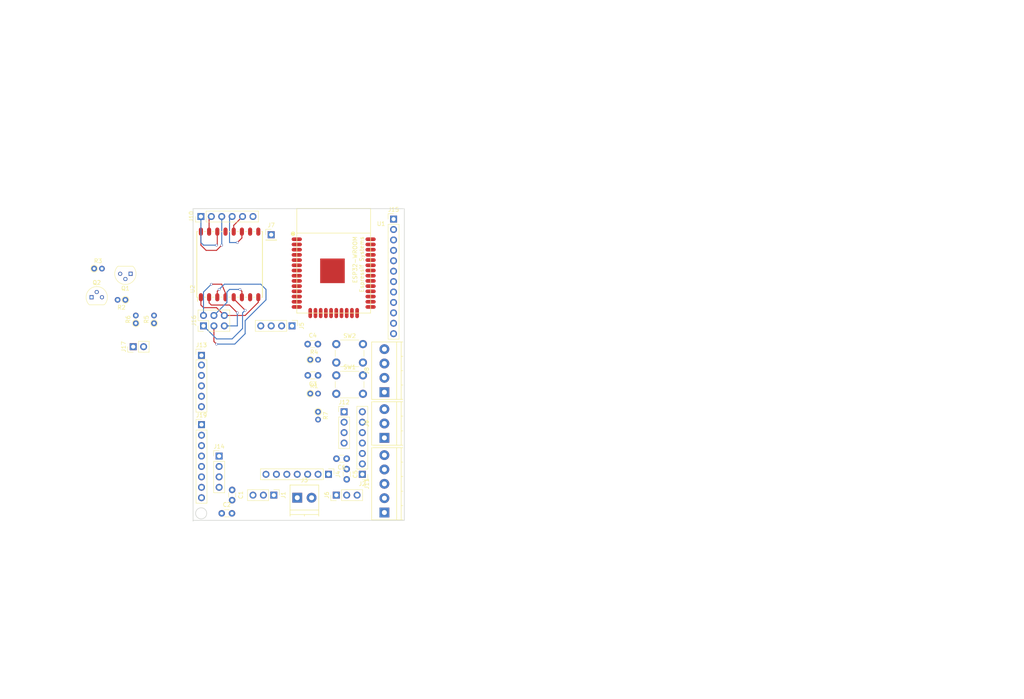
<source format=kicad_pcb>
(kicad_pcb (version 4) (host pcbnew 4.0.7-e2-6376~58~ubuntu16.04.1)

  (general
    (links 122)
    (no_connects 110)
    (area 25.934999 -20.420001 275.690001 150.100001)
    (thickness 1.6)
    (drawings 48)
    (tracks 76)
    (zones 0)
    (modules 37)
    (nets 43)
  )

  (page A4)
  (layers
    (0 F.Cu signal)
    (31 B.Cu signal)
    (32 B.Adhes user)
    (33 F.Adhes user)
    (34 B.Paste user)
    (35 F.Paste user)
    (36 B.SilkS user)
    (37 F.SilkS user)
    (38 B.Mask user)
    (39 F.Mask user)
    (40 Dwgs.User user)
    (41 Cmts.User user)
    (42 Eco1.User user)
    (43 Eco2.User user)
    (44 Edge.Cuts user)
    (45 Margin user)
    (46 B.CrtYd user)
    (47 F.CrtYd user)
    (48 B.Fab user)
    (49 F.Fab user)
  )

  (setup
    (last_trace_width 0.25)
    (trace_clearance 0.2)
    (zone_clearance 0.508)
    (zone_45_only no)
    (trace_min 0.2)
    (segment_width 0.2)
    (edge_width 0.15)
    (via_size 0.6)
    (via_drill 0.4)
    (via_min_size 0.4)
    (via_min_drill 0.3)
    (uvia_size 0.3)
    (uvia_drill 0.1)
    (uvias_allowed no)
    (uvia_min_size 0.2)
    (uvia_min_drill 0.1)
    (pcb_text_width 0.3)
    (pcb_text_size 1.5 1.5)
    (mod_edge_width 0.15)
    (mod_text_size 1 1)
    (mod_text_width 0.15)
    (pad_size 1.524 1.524)
    (pad_drill 0.762)
    (pad_to_mask_clearance 0.2)
    (aux_axis_origin 0 0)
    (visible_elements FFFFF77F)
    (pcbplotparams
      (layerselection 0x00030_80000001)
      (usegerberextensions false)
      (excludeedgelayer true)
      (linewidth 0.100000)
      (plotframeref false)
      (viasonmask false)
      (mode 1)
      (useauxorigin false)
      (hpglpennumber 1)
      (hpglpenspeed 20)
      (hpglpendiameter 15)
      (hpglpenoverlay 2)
      (psnegative false)
      (psa4output false)
      (plotreference true)
      (plotvalue true)
      (plotinvisibletext false)
      (padsonsilk false)
      (subtractmaskfromsilk false)
      (outputformat 1)
      (mirror false)
      (drillshape 1)
      (scaleselection 1)
      (outputdirectory ""))
  )

  (net 0 "")
  (net 1 VIN)
  (net 2 "Net-(C1-Pad2)")
  (net 3 22)
  (net 4 RESET)
  (net 5 GND)
  (net 6 0)
  (net 7 "Net-(C5-Pad2)")
  (net 8 +5V)
  (net 9 RTS)
  (net 10 DTR)
  (net 11 14)
  (net 12 21)
  (net 13 23)
  (net 14 17)
  (net 15 SDA)
  (net 16 SCL)
  (net 17 "Net-(J7-Pad1)")
  (net 18 "Net-(J10-Pad1)")
  (net 19 "Net-(J10-Pad2)")
  (net 20 "Net-(J10-Pad3)")
  (net 21 "Net-(J10-Pad4)")
  (net 22 "Net-(J10-Pad5)")
  (net 23 "Net-(J10-Pad6)")
  (net 24 33/TX2)
  (net 25 35/RX2)
  (net 26 25)
  (net 27 34/RX1)
  (net 28 32/TX1)
  (net 29 SAT_RING_INDICATOR)
  (net 30 SAT_NETWORK_AVAIL)
  (net 31 27/SAT_SLEEP)
  (net 32 SAT_LION)
  (net 33 2)
  (net 34 13)
  (net 35 26)
  (net 36 "Net-(Q1-Pad2)")
  (net 37 "Net-(Q2-Pad2)")
  (net 38 19)
  (net 39 18)
  (net 40 5)
  (net 41 12)
  (net 42 15)

  (net_class Default "This is the default net class."
    (clearance 0.2)
    (trace_width 0.25)
    (via_dia 0.6)
    (via_drill 0.4)
    (uvia_dia 0.3)
    (uvia_drill 0.1)
    (add_net +5V)
    (add_net 0)
    (add_net 12)
    (add_net 13)
    (add_net 14)
    (add_net 15)
    (add_net 17)
    (add_net 18)
    (add_net 19)
    (add_net 2)
    (add_net 21)
    (add_net 22)
    (add_net 23)
    (add_net 25)
    (add_net 26)
    (add_net 27/SAT_SLEEP)
    (add_net 32/TX1)
    (add_net 33/TX2)
    (add_net 34/RX1)
    (add_net 35/RX2)
    (add_net 5)
    (add_net DTR)
    (add_net GND)
    (add_net "Net-(C1-Pad2)")
    (add_net "Net-(C5-Pad2)")
    (add_net "Net-(J10-Pad1)")
    (add_net "Net-(J10-Pad2)")
    (add_net "Net-(J10-Pad3)")
    (add_net "Net-(J10-Pad4)")
    (add_net "Net-(J10-Pad5)")
    (add_net "Net-(J10-Pad6)")
    (add_net "Net-(J7-Pad1)")
    (add_net "Net-(Q1-Pad2)")
    (add_net "Net-(Q2-Pad2)")
    (add_net RESET)
    (add_net RTS)
    (add_net SAT_LION)
    (add_net SAT_NETWORK_AVAIL)
    (add_net SAT_RING_INDICATOR)
    (add_net SCL)
    (add_net SDA)
    (add_net VIN)
  )

  (module zom:ESP32-WROOM placed (layer F.Cu) (tedit 57D08EA8) (tstamp 5B886E02)
    (at 107.315 43.18 180)
    (path /5B886D85)
    (fp_text reference U1 (at -11.557 9.017 180) (layer F.SilkS)
      (effects (font (size 1 1) (thickness 0.15)))
    )
    (fp_text value ESP32-WROOM (at 5.715 14.224 180) (layer F.Fab)
      (effects (font (size 1 1) (thickness 0.15)))
    )
    (fp_text user "Espressif Systems" (at -6.858 -0.889 270) (layer F.SilkS)
      (effects (font (size 1 1) (thickness 0.15)))
    )
    (fp_circle (center 9.906 6.604) (end 10.033 6.858) (layer F.SilkS) (width 0.5))
    (fp_text user ESP32-WROOM (at -5.207 0.254 270) (layer F.SilkS)
      (effects (font (size 1 1) (thickness 0.15)))
    )
    (fp_line (start -9 6.75) (end 9 6.75) (layer F.SilkS) (width 0.15))
    (fp_line (start 9 12.75) (end 9 -12.75) (layer F.SilkS) (width 0.15))
    (fp_line (start -9 12.75) (end -9 -12.75) (layer F.SilkS) (width 0.15))
    (fp_line (start -9 -12.75) (end 9 -12.75) (layer F.SilkS) (width 0.15))
    (fp_line (start -9 12.75) (end 9 12.75) (layer F.SilkS) (width 0.15))
    (pad 38 smd oval (at -9 5.25 180) (size 2.5 0.9) (layers F.Cu F.Paste F.Mask)
      (net 5 GND))
    (pad 37 smd oval (at -9 3.98 180) (size 2.5 0.9) (layers F.Cu F.Paste F.Mask)
      (net 13 23))
    (pad 36 smd oval (at -9 2.71 180) (size 2.5 0.9) (layers F.Cu F.Paste F.Mask)
      (net 3 22))
    (pad 35 smd oval (at -9 1.44 180) (size 2.5 0.9) (layers F.Cu F.Paste F.Mask))
    (pad 34 smd oval (at -9 0.17 180) (size 2.5 0.9) (layers F.Cu F.Paste F.Mask))
    (pad 33 smd oval (at -9 -1.1 180) (size 2.5 0.9) (layers F.Cu F.Paste F.Mask)
      (net 12 21))
    (pad 32 smd oval (at -9 -2.37 180) (size 2.5 0.9) (layers F.Cu F.Paste F.Mask))
    (pad 31 smd oval (at -9 -3.64 180) (size 2.5 0.9) (layers F.Cu F.Paste F.Mask)
      (net 38 19))
    (pad 30 smd oval (at -9 -4.91 180) (size 2.5 0.9) (layers F.Cu F.Paste F.Mask)
      (net 39 18))
    (pad 29 smd oval (at -9 -6.18 180) (size 2.5 0.9) (layers F.Cu F.Paste F.Mask)
      (net 40 5))
    (pad 28 smd oval (at -9 -7.45 180) (size 2.5 0.9) (layers F.Cu F.Paste F.Mask)
      (net 14 17))
    (pad 27 smd oval (at -9 -8.72 180) (size 2.5 0.9) (layers F.Cu F.Paste F.Mask)
      (net 16 SCL))
    (pad 26 smd oval (at -9 -9.99 180) (size 2.5 0.9) (layers F.Cu F.Paste F.Mask)
      (net 15 SDA))
    (pad 25 smd oval (at -9 -11.26 180) (size 2.5 0.9) (layers F.Cu F.Paste F.Mask)
      (net 6 0))
    (pad 24 smd oval (at -5.715 -12.75 180) (size 0.9 2.5) (layers F.Cu F.Paste F.Mask)
      (net 33 2))
    (pad 23 smd oval (at -4.445 -12.75 180) (size 0.9 2.5) (layers F.Cu F.Paste F.Mask)
      (net 42 15))
    (pad 22 smd oval (at -3.175 -12.75 180) (size 0.9 2.5) (layers F.Cu F.Paste F.Mask))
    (pad 21 smd oval (at -1.905 -12.75 180) (size 0.9 2.5) (layers F.Cu F.Paste F.Mask))
    (pad 20 smd oval (at -0.635 -12.75 180) (size 0.9 2.5) (layers F.Cu F.Paste F.Mask))
    (pad 19 smd oval (at 0.635 -12.75 180) (size 0.9 2.5) (layers F.Cu F.Paste F.Mask))
    (pad 18 smd oval (at 1.905 -12.75 180) (size 0.9 2.5) (layers F.Cu F.Paste F.Mask))
    (pad 17 smd oval (at 3.175 -12.75 180) (size 0.9 2.5) (layers F.Cu F.Paste F.Mask))
    (pad 16 smd oval (at 4.445 -12.75 180) (size 0.9 2.5) (layers F.Cu F.Paste F.Mask)
      (net 34 13))
    (pad 15 smd oval (at 5.715 -12.75 180) (size 0.9 2.5) (layers F.Cu F.Paste F.Mask)
      (net 5 GND))
    (pad 14 smd oval (at 9 -11.26 180) (size 2.5 0.9) (layers F.Cu F.Paste F.Mask)
      (net 41 12))
    (pad 13 smd oval (at 9 -9.99 180) (size 2.5 0.9) (layers F.Cu F.Paste F.Mask)
      (net 11 14))
    (pad 12 smd oval (at 9 -8.72 180) (size 2.5 0.9) (layers F.Cu F.Paste F.Mask)
      (net 31 27/SAT_SLEEP))
    (pad 11 smd oval (at 9 -7.45 180) (size 2.5 0.9) (layers F.Cu F.Paste F.Mask)
      (net 35 26))
    (pad 10 smd oval (at 9 -6.18 180) (size 2.5 0.9) (layers F.Cu F.Paste F.Mask)
      (net 26 25))
    (pad 9 smd oval (at 9 -4.91 180) (size 2.5 0.9) (layers F.Cu F.Paste F.Mask)
      (net 24 33/TX2))
    (pad 8 smd oval (at 9 -3.64 180) (size 2.5 0.9) (layers F.Cu F.Paste F.Mask)
      (net 28 32/TX1))
    (pad 7 smd oval (at 9 -2.37 180) (size 2.5 0.9) (layers F.Cu F.Paste F.Mask)
      (net 25 35/RX2))
    (pad 6 smd oval (at 9 -1.1 180) (size 2.5 0.9) (layers F.Cu F.Paste F.Mask)
      (net 27 34/RX1))
    (pad 5 smd oval (at 9 0.17 180) (size 2.5 0.9) (layers F.Cu F.Paste F.Mask))
    (pad 4 smd oval (at 9 1.44 180) (size 2.5 0.9) (layers F.Cu F.Paste F.Mask))
    (pad 3 smd oval (at 9 2.71 180) (size 2.5 0.9) (layers F.Cu F.Paste F.Mask)
      (net 4 RESET))
    (pad 2 smd oval (at 9 3.98 180) (size 2.5 0.9) (layers F.Cu F.Paste F.Mask)
      (net 3 22))
    (pad 1 smd oval (at 9 5.25 180) (size 2.5 0.9) (layers F.Cu F.Paste F.Mask)
      (net 5 GND))
    (pad 39 smd rect (at 0.3 -2.45 180) (size 6 6) (layers F.Cu F.Paste F.Mask)
      (net 5 GND))
  )

  (module zom:RFM95 placed (layer F.Cu) (tedit 585E5D4C) (tstamp 5B886E16)
    (at 74.93 52.07 90)
    (path /5B886D30)
    (fp_text reference U2 (at 2 -2 90) (layer F.SilkS)
      (effects (font (size 1 1) (thickness 0.15)))
    )
    (fp_text value RFM95HW (at 13.5 -1.8 90) (layer F.Fab)
      (effects (font (size 1 1) (thickness 0.15)))
    )
    (fp_line (start 0 15) (end 0 14.8) (layer F.SilkS) (width 0.2))
    (fp_line (start 16 15) (end 0 15) (layer F.SilkS) (width 0.2))
    (fp_line (start 16 14.8) (end 16 15) (layer F.SilkS) (width 0.2))
    (fp_line (start 16 12.8) (end 16 13.2) (layer F.SilkS) (width 0.2))
    (fp_line (start 16 10.8) (end 16 11.2) (layer F.SilkS) (width 0.2))
    (fp_line (start 16 8.8) (end 16 9.2) (layer F.SilkS) (width 0.2))
    (fp_line (start 16 6.8) (end 16 7.2) (layer F.SilkS) (width 0.2))
    (fp_line (start 16 4.8) (end 16 5.2) (layer F.SilkS) (width 0.2))
    (fp_line (start 16 2.8) (end 16 3.2) (layer F.SilkS) (width 0.2))
    (fp_line (start 16 0.8) (end 16 1.2) (layer F.SilkS) (width 0.2))
    (fp_line (start 16 -1) (end 16 -0.8) (layer F.SilkS) (width 0.2))
    (fp_line (start 0 12.8) (end 0 13.2) (layer F.SilkS) (width 0.2))
    (fp_line (start 0 -0.8) (end 0 -1) (layer F.SilkS) (width 0.2))
    (fp_line (start -1 -0.8) (end 0 -0.8) (layer F.SilkS) (width 0.2))
    (fp_line (start 0 1.2) (end 0 0.8) (layer F.SilkS) (width 0.2))
    (fp_line (start 0 3.2) (end 0 2.8) (layer F.SilkS) (width 0.2))
    (fp_line (start 0 4.8) (end 0 5.2) (layer F.SilkS) (width 0.2))
    (fp_line (start 0 6.8) (end 0 7.2) (layer F.SilkS) (width 0.2))
    (fp_line (start 0 8.8) (end 0 9.2) (layer F.SilkS) (width 0.2))
    (fp_line (start 0 10.8) (end 0 11.2) (layer F.SilkS) (width 0.2))
    (fp_line (start 0 -1) (end 16 -1) (layer F.SilkS) (width 0.2))
    (pad 1 smd oval (at 0 0 90) (size 2 1) (layers F.Cu F.Paste F.Mask)
      (net 5 GND))
    (pad 2 smd oval (at 0 2 90) (size 2 1) (layers F.Cu F.Paste F.Mask)
      (net 38 19))
    (pad 3 smd oval (at 0 4 90) (size 2 1) (layers F.Cu F.Paste F.Mask)
      (net 39 18))
    (pad 4 smd oval (at 0 6 90) (size 2 1) (layers F.Cu F.Paste F.Mask)
      (net 40 5))
    (pad 5 smd oval (at 0 8 90) (size 2 1) (layers F.Cu F.Paste F.Mask)
      (net 41 12))
    (pad 6 smd oval (at 0 10 90) (size 2 1) (layers F.Cu F.Paste F.Mask)
      (net 42 15))
    (pad 7 smd oval (at 0 12 90) (size 2 1) (layers F.Cu F.Paste F.Mask)
      (net 23 "Net-(J10-Pad6)"))
    (pad 8 smd oval (at 0 14 90) (size 2 1) (layers F.Cu F.Paste F.Mask)
      (net 5 GND))
    (pad 9 smd oval (at 16 14 90) (size 2 1) (layers F.Cu F.Paste F.Mask)
      (net 17 "Net-(J7-Pad1)"))
    (pad 10 smd oval (at 16 12 90) (size 2 1) (layers F.Cu F.Paste F.Mask)
      (net 5 GND))
    (pad 11 smd oval (at 16 10 90) (size 2 1) (layers F.Cu F.Paste F.Mask)
      (net 21 "Net-(J10-Pad4)"))
    (pad 12 smd oval (at 16 8 90) (size 2 1) (layers F.Cu F.Paste F.Mask)
      (net 22 "Net-(J10-Pad5)"))
    (pad 13 smd oval (at 16 6 90) (size 2 1) (layers F.Cu F.Paste F.Mask)
      (net 3 22))
    (pad 14 smd oval (at 16 4 90) (size 2 1) (layers F.Cu F.Paste F.Mask)
      (net 18 "Net-(J10-Pad1)"))
    (pad 15 smd oval (at 16 2 90) (size 2 1) (layers F.Cu F.Paste F.Mask)
      (net 19 "Net-(J10-Pad2)"))
    (pad 16 smd oval (at 16 0 90) (size 2 1) (layers F.Cu F.Paste F.Mask)
      (net 20 "Net-(J10-Pad3)"))
  )

  (module Pin_Headers:Pin_Header_Straight_1x07_Pitch2.54mm placed (layer F.Cu) (tedit 59650532) (tstamp 5B8AE9E9)
    (at 114.3 95.25 180)
    (descr "Through hole straight pin header, 1x07, 2.54mm pitch, single row")
    (tags "Through hole pin header THT 1x07 2.54mm single row")
    (path /5B88969E)
    (fp_text reference J2 (at 0 -2.33 180) (layer F.SilkS)
      (effects (font (size 1 1) (thickness 0.15)))
    )
    (fp_text value prog (at 0 17.57 180) (layer F.Fab)
      (effects (font (size 1 1) (thickness 0.15)))
    )
    (fp_line (start -0.635 -1.27) (end 1.27 -1.27) (layer F.Fab) (width 0.1))
    (fp_line (start 1.27 -1.27) (end 1.27 16.51) (layer F.Fab) (width 0.1))
    (fp_line (start 1.27 16.51) (end -1.27 16.51) (layer F.Fab) (width 0.1))
    (fp_line (start -1.27 16.51) (end -1.27 -0.635) (layer F.Fab) (width 0.1))
    (fp_line (start -1.27 -0.635) (end -0.635 -1.27) (layer F.Fab) (width 0.1))
    (fp_line (start -1.33 16.57) (end 1.33 16.57) (layer F.SilkS) (width 0.12))
    (fp_line (start -1.33 1.27) (end -1.33 16.57) (layer F.SilkS) (width 0.12))
    (fp_line (start 1.33 1.27) (end 1.33 16.57) (layer F.SilkS) (width 0.12))
    (fp_line (start -1.33 1.27) (end 1.33 1.27) (layer F.SilkS) (width 0.12))
    (fp_line (start -1.33 0) (end -1.33 -1.33) (layer F.SilkS) (width 0.12))
    (fp_line (start -1.33 -1.33) (end 0 -1.33) (layer F.SilkS) (width 0.12))
    (fp_line (start -1.8 -1.8) (end -1.8 17.05) (layer F.CrtYd) (width 0.05))
    (fp_line (start -1.8 17.05) (end 1.8 17.05) (layer F.CrtYd) (width 0.05))
    (fp_line (start 1.8 17.05) (end 1.8 -1.8) (layer F.CrtYd) (width 0.05))
    (fp_line (start 1.8 -1.8) (end -1.8 -1.8) (layer F.CrtYd) (width 0.05))
    (fp_text user %R (at 0 7.62 270) (layer F.Fab)
      (effects (font (size 1 1) (thickness 0.15)))
    )
    (pad 1 thru_hole rect (at 0 0 180) (size 1.7 1.7) (drill 1) (layers *.Cu *.Mask)
      (net 5 GND))
    (pad 2 thru_hole oval (at 0 2.54 180) (size 1.7 1.7) (drill 1) (layers *.Cu *.Mask))
    (pad 3 thru_hole oval (at 0 5.08 180) (size 1.7 1.7) (drill 1) (layers *.Cu *.Mask)
      (net 1 VIN))
    (pad 4 thru_hole oval (at 0 7.62 180) (size 1.7 1.7) (drill 1) (layers *.Cu *.Mask))
    (pad 5 thru_hole oval (at 0 10.16 180) (size 1.7 1.7) (drill 1) (layers *.Cu *.Mask))
    (pad 6 thru_hole oval (at 0 12.7 180) (size 1.7 1.7) (drill 1) (layers *.Cu *.Mask)
      (net 9 RTS))
    (pad 7 thru_hole oval (at 0 15.24 180) (size 1.7 1.7) (drill 1) (layers *.Cu *.Mask)
      (net 10 DTR))
    (model ${KISYS3DMOD}/Pin_Headers.3dshapes/Pin_Header_Straight_1x07_Pitch2.54mm.wrl
      (at (xyz 0 0 0))
      (scale (xyz 1 1 1))
      (rotate (xyz 0 0 0))
    )
  )

  (module Pin_Headers:Pin_Header_Straight_1x07_Pitch2.54mm placed (layer F.Cu) (tedit 59650532) (tstamp 5B8AE9F9)
    (at 106.045 95.25 270)
    (descr "Through hole straight pin header, 1x07, 2.54mm pitch, single row")
    (tags "Through hole pin header THT 1x07 2.54mm single row")
    (path /5B88BD82)
    (fp_text reference J4 (at 0 -2.33 270) (layer F.SilkS)
      (effects (font (size 1 1) (thickness 0.15)))
    )
    (fp_text value sdcard (at 0 17.57 270) (layer F.Fab)
      (effects (font (size 1 1) (thickness 0.15)))
    )
    (fp_line (start -0.635 -1.27) (end 1.27 -1.27) (layer F.Fab) (width 0.1))
    (fp_line (start 1.27 -1.27) (end 1.27 16.51) (layer F.Fab) (width 0.1))
    (fp_line (start 1.27 16.51) (end -1.27 16.51) (layer F.Fab) (width 0.1))
    (fp_line (start -1.27 16.51) (end -1.27 -0.635) (layer F.Fab) (width 0.1))
    (fp_line (start -1.27 -0.635) (end -0.635 -1.27) (layer F.Fab) (width 0.1))
    (fp_line (start -1.33 16.57) (end 1.33 16.57) (layer F.SilkS) (width 0.12))
    (fp_line (start -1.33 1.27) (end -1.33 16.57) (layer F.SilkS) (width 0.12))
    (fp_line (start 1.33 1.27) (end 1.33 16.57) (layer F.SilkS) (width 0.12))
    (fp_line (start -1.33 1.27) (end 1.33 1.27) (layer F.SilkS) (width 0.12))
    (fp_line (start -1.33 0) (end -1.33 -1.33) (layer F.SilkS) (width 0.12))
    (fp_line (start -1.33 -1.33) (end 0 -1.33) (layer F.SilkS) (width 0.12))
    (fp_line (start -1.8 -1.8) (end -1.8 17.05) (layer F.CrtYd) (width 0.05))
    (fp_line (start -1.8 17.05) (end 1.8 17.05) (layer F.CrtYd) (width 0.05))
    (fp_line (start 1.8 17.05) (end 1.8 -1.8) (layer F.CrtYd) (width 0.05))
    (fp_line (start 1.8 -1.8) (end -1.8 -1.8) (layer F.CrtYd) (width 0.05))
    (fp_text user %R (at 0 7.62 360) (layer F.Fab)
      (effects (font (size 1 1) (thickness 0.15)))
    )
    (pad 1 thru_hole rect (at 0 0 270) (size 1.7 1.7) (drill 1) (layers *.Cu *.Mask)
      (net 11 14))
    (pad 2 thru_hole oval (at 0 2.54 270) (size 1.7 1.7) (drill 1) (layers *.Cu *.Mask)
      (net 12 21))
    (pad 3 thru_hole oval (at 0 5.08 270) (size 1.7 1.7) (drill 1) (layers *.Cu *.Mask)
      (net 5 GND))
    (pad 4 thru_hole oval (at 0 7.62 270) (size 1.7 1.7) (drill 1) (layers *.Cu *.Mask)
      (net 3 22))
    (pad 5 thru_hole oval (at 0 10.16 270) (size 1.7 1.7) (drill 1) (layers *.Cu *.Mask)
      (net 13 23))
    (pad 6 thru_hole oval (at 0 12.7 270) (size 1.7 1.7) (drill 1) (layers *.Cu *.Mask)
      (net 5 GND))
    (pad 7 thru_hole oval (at 0 15.24 270) (size 1.7 1.7) (drill 1) (layers *.Cu *.Mask)
      (net 14 17))
    (model ${KISYS3DMOD}/Pin_Headers.3dshapes/Pin_Header_Straight_1x07_Pitch2.54mm.wrl
      (at (xyz 0 0 0))
      (scale (xyz 1 1 1))
      (rotate (xyz 0 0 0))
    )
  )

  (module Pin_Headers:Pin_Header_Straight_1x04_Pitch2.54mm placed (layer F.Cu) (tedit 59650532) (tstamp 5B8AEA01)
    (at 97.155 59.055 270)
    (descr "Through hole straight pin header, 1x04, 2.54mm pitch, single row")
    (tags "Through hole pin header THT 1x04 2.54mm single row")
    (path /5B88CA10)
    (fp_text reference J5 (at 0 -2.33 270) (layer F.SilkS)
      (effects (font (size 1 1) (thickness 0.15)))
    )
    (fp_text value i2c-a (at 0 9.95 270) (layer F.Fab)
      (effects (font (size 1 1) (thickness 0.15)))
    )
    (fp_line (start -0.635 -1.27) (end 1.27 -1.27) (layer F.Fab) (width 0.1))
    (fp_line (start 1.27 -1.27) (end 1.27 8.89) (layer F.Fab) (width 0.1))
    (fp_line (start 1.27 8.89) (end -1.27 8.89) (layer F.Fab) (width 0.1))
    (fp_line (start -1.27 8.89) (end -1.27 -0.635) (layer F.Fab) (width 0.1))
    (fp_line (start -1.27 -0.635) (end -0.635 -1.27) (layer F.Fab) (width 0.1))
    (fp_line (start -1.33 8.95) (end 1.33 8.95) (layer F.SilkS) (width 0.12))
    (fp_line (start -1.33 1.27) (end -1.33 8.95) (layer F.SilkS) (width 0.12))
    (fp_line (start 1.33 1.27) (end 1.33 8.95) (layer F.SilkS) (width 0.12))
    (fp_line (start -1.33 1.27) (end 1.33 1.27) (layer F.SilkS) (width 0.12))
    (fp_line (start -1.33 0) (end -1.33 -1.33) (layer F.SilkS) (width 0.12))
    (fp_line (start -1.33 -1.33) (end 0 -1.33) (layer F.SilkS) (width 0.12))
    (fp_line (start -1.8 -1.8) (end -1.8 9.4) (layer F.CrtYd) (width 0.05))
    (fp_line (start -1.8 9.4) (end 1.8 9.4) (layer F.CrtYd) (width 0.05))
    (fp_line (start 1.8 9.4) (end 1.8 -1.8) (layer F.CrtYd) (width 0.05))
    (fp_line (start 1.8 -1.8) (end -1.8 -1.8) (layer F.CrtYd) (width 0.05))
    (fp_text user %R (at 0 3.81 360) (layer F.Fab)
      (effects (font (size 1 1) (thickness 0.15)))
    )
    (pad 1 thru_hole rect (at 0 0 270) (size 1.7 1.7) (drill 1) (layers *.Cu *.Mask)
      (net 15 SDA))
    (pad 2 thru_hole oval (at 0 2.54 270) (size 1.7 1.7) (drill 1) (layers *.Cu *.Mask)
      (net 16 SCL))
    (pad 3 thru_hole oval (at 0 5.08 270) (size 1.7 1.7) (drill 1) (layers *.Cu *.Mask)
      (net 3 22))
    (pad 4 thru_hole oval (at 0 7.62 270) (size 1.7 1.7) (drill 1) (layers *.Cu *.Mask)
      (net 5 GND))
    (model ${KISYS3DMOD}/Pin_Headers.3dshapes/Pin_Header_Straight_1x04_Pitch2.54mm.wrl
      (at (xyz 0 0 0))
      (scale (xyz 1 1 1))
      (rotate (xyz 0 0 0))
    )
  )

  (module Pin_Headers:Pin_Header_Straight_1x03_Pitch2.54mm placed (layer F.Cu) (tedit 59650532) (tstamp 5B8AEA08)
    (at 107.95 100.33 90)
    (descr "Through hole straight pin header, 1x03, 2.54mm pitch, single row")
    (tags "Through hole pin header THT 1x03 2.54mm single row")
    (path /5B895E52)
    (fp_text reference J6 (at 0 -2.33 90) (layer F.SilkS)
      (effects (font (size 1 1) (thickness 0.15)))
    )
    (fp_text value REG:5V (at 0 7.41 90) (layer F.Fab)
      (effects (font (size 1 1) (thickness 0.15)))
    )
    (fp_line (start -0.635 -1.27) (end 1.27 -1.27) (layer F.Fab) (width 0.1))
    (fp_line (start 1.27 -1.27) (end 1.27 6.35) (layer F.Fab) (width 0.1))
    (fp_line (start 1.27 6.35) (end -1.27 6.35) (layer F.Fab) (width 0.1))
    (fp_line (start -1.27 6.35) (end -1.27 -0.635) (layer F.Fab) (width 0.1))
    (fp_line (start -1.27 -0.635) (end -0.635 -1.27) (layer F.Fab) (width 0.1))
    (fp_line (start -1.33 6.41) (end 1.33 6.41) (layer F.SilkS) (width 0.12))
    (fp_line (start -1.33 1.27) (end -1.33 6.41) (layer F.SilkS) (width 0.12))
    (fp_line (start 1.33 1.27) (end 1.33 6.41) (layer F.SilkS) (width 0.12))
    (fp_line (start -1.33 1.27) (end 1.33 1.27) (layer F.SilkS) (width 0.12))
    (fp_line (start -1.33 0) (end -1.33 -1.33) (layer F.SilkS) (width 0.12))
    (fp_line (start -1.33 -1.33) (end 0 -1.33) (layer F.SilkS) (width 0.12))
    (fp_line (start -1.8 -1.8) (end -1.8 6.85) (layer F.CrtYd) (width 0.05))
    (fp_line (start -1.8 6.85) (end 1.8 6.85) (layer F.CrtYd) (width 0.05))
    (fp_line (start 1.8 6.85) (end 1.8 -1.8) (layer F.CrtYd) (width 0.05))
    (fp_line (start 1.8 -1.8) (end -1.8 -1.8) (layer F.CrtYd) (width 0.05))
    (fp_text user %R (at 0 2.54 180) (layer F.Fab)
      (effects (font (size 1 1) (thickness 0.15)))
    )
    (pad 1 thru_hole rect (at 0 0 90) (size 1.7 1.7) (drill 1) (layers *.Cu *.Mask)
      (net 8 +5V))
    (pad 2 thru_hole oval (at 0 2.54 90) (size 1.7 1.7) (drill 1) (layers *.Cu *.Mask)
      (net 5 GND))
    (pad 3 thru_hole oval (at 0 5.08 90) (size 1.7 1.7) (drill 1) (layers *.Cu *.Mask)
      (net 1 VIN))
    (model ${KISYS3DMOD}/Pin_Headers.3dshapes/Pin_Header_Straight_1x03_Pitch2.54mm.wrl
      (at (xyz 0 0 0))
      (scale (xyz 1 1 1))
      (rotate (xyz 0 0 0))
    )
  )

  (module Pin_Headers:Pin_Header_Straight_1x01_Pitch2.54mm placed (layer F.Cu) (tedit 59650532) (tstamp 5B8AEA0D)
    (at 92.075 36.83)
    (descr "Through hole straight pin header, 1x01, 2.54mm pitch, single row")
    (tags "Through hole pin header THT 1x01 2.54mm single row")
    (path /5B88DC11)
    (fp_text reference J7 (at 0 -2.33) (layer F.SilkS)
      (effects (font (size 1 1) (thickness 0.15)))
    )
    (fp_text value ANT (at 0 2.33) (layer F.Fab)
      (effects (font (size 1 1) (thickness 0.15)))
    )
    (fp_line (start -0.635 -1.27) (end 1.27 -1.27) (layer F.Fab) (width 0.1))
    (fp_line (start 1.27 -1.27) (end 1.27 1.27) (layer F.Fab) (width 0.1))
    (fp_line (start 1.27 1.27) (end -1.27 1.27) (layer F.Fab) (width 0.1))
    (fp_line (start -1.27 1.27) (end -1.27 -0.635) (layer F.Fab) (width 0.1))
    (fp_line (start -1.27 -0.635) (end -0.635 -1.27) (layer F.Fab) (width 0.1))
    (fp_line (start -1.33 1.33) (end 1.33 1.33) (layer F.SilkS) (width 0.12))
    (fp_line (start -1.33 1.27) (end -1.33 1.33) (layer F.SilkS) (width 0.12))
    (fp_line (start 1.33 1.27) (end 1.33 1.33) (layer F.SilkS) (width 0.12))
    (fp_line (start -1.33 1.27) (end 1.33 1.27) (layer F.SilkS) (width 0.12))
    (fp_line (start -1.33 0) (end -1.33 -1.33) (layer F.SilkS) (width 0.12))
    (fp_line (start -1.33 -1.33) (end 0 -1.33) (layer F.SilkS) (width 0.12))
    (fp_line (start -1.8 -1.8) (end -1.8 1.8) (layer F.CrtYd) (width 0.05))
    (fp_line (start -1.8 1.8) (end 1.8 1.8) (layer F.CrtYd) (width 0.05))
    (fp_line (start 1.8 1.8) (end 1.8 -1.8) (layer F.CrtYd) (width 0.05))
    (fp_line (start 1.8 -1.8) (end -1.8 -1.8) (layer F.CrtYd) (width 0.05))
    (fp_text user %R (at 0 0 90) (layer F.Fab)
      (effects (font (size 1 1) (thickness 0.15)))
    )
    (pad 1 thru_hole rect (at 0 0) (size 1.7 1.7) (drill 1) (layers *.Cu *.Mask)
      (net 17 "Net-(J7-Pad1)"))
    (model ${KISYS3DMOD}/Pin_Headers.3dshapes/Pin_Header_Straight_1x01_Pitch2.54mm.wrl
      (at (xyz 0 0 0))
      (scale (xyz 1 1 1))
      (rotate (xyz 0 0 0))
    )
  )

  (module Pin_Headers:Pin_Header_Straight_1x06_Pitch2.54mm placed (layer F.Cu) (tedit 59650532) (tstamp 5B8AEA26)
    (at 74.93 32.385 90)
    (descr "Through hole straight pin header, 1x06, 2.54mm pitch, single row")
    (tags "Through hole pin header THT 1x06 2.54mm single row")
    (path /5B8A2945)
    (fp_text reference J10 (at 0 -2.33 90) (layer F.SilkS)
      (effects (font (size 1 1) (thickness 0.15)))
    )
    (fp_text value LBD (at 0 15.03 90) (layer F.Fab)
      (effects (font (size 1 1) (thickness 0.15)))
    )
    (fp_line (start -0.635 -1.27) (end 1.27 -1.27) (layer F.Fab) (width 0.1))
    (fp_line (start 1.27 -1.27) (end 1.27 13.97) (layer F.Fab) (width 0.1))
    (fp_line (start 1.27 13.97) (end -1.27 13.97) (layer F.Fab) (width 0.1))
    (fp_line (start -1.27 13.97) (end -1.27 -0.635) (layer F.Fab) (width 0.1))
    (fp_line (start -1.27 -0.635) (end -0.635 -1.27) (layer F.Fab) (width 0.1))
    (fp_line (start -1.33 14.03) (end 1.33 14.03) (layer F.SilkS) (width 0.12))
    (fp_line (start -1.33 1.27) (end -1.33 14.03) (layer F.SilkS) (width 0.12))
    (fp_line (start 1.33 1.27) (end 1.33 14.03) (layer F.SilkS) (width 0.12))
    (fp_line (start -1.33 1.27) (end 1.33 1.27) (layer F.SilkS) (width 0.12))
    (fp_line (start -1.33 0) (end -1.33 -1.33) (layer F.SilkS) (width 0.12))
    (fp_line (start -1.33 -1.33) (end 0 -1.33) (layer F.SilkS) (width 0.12))
    (fp_line (start -1.8 -1.8) (end -1.8 14.5) (layer F.CrtYd) (width 0.05))
    (fp_line (start -1.8 14.5) (end 1.8 14.5) (layer F.CrtYd) (width 0.05))
    (fp_line (start 1.8 14.5) (end 1.8 -1.8) (layer F.CrtYd) (width 0.05))
    (fp_line (start 1.8 -1.8) (end -1.8 -1.8) (layer F.CrtYd) (width 0.05))
    (fp_text user %R (at 0 6.35 180) (layer F.Fab)
      (effects (font (size 1 1) (thickness 0.15)))
    )
    (pad 1 thru_hole rect (at 0 0 90) (size 1.7 1.7) (drill 1) (layers *.Cu *.Mask)
      (net 18 "Net-(J10-Pad1)"))
    (pad 2 thru_hole oval (at 0 2.54 90) (size 1.7 1.7) (drill 1) (layers *.Cu *.Mask)
      (net 19 "Net-(J10-Pad2)"))
    (pad 3 thru_hole oval (at 0 5.08 90) (size 1.7 1.7) (drill 1) (layers *.Cu *.Mask)
      (net 20 "Net-(J10-Pad3)"))
    (pad 4 thru_hole oval (at 0 7.62 90) (size 1.7 1.7) (drill 1) (layers *.Cu *.Mask)
      (net 21 "Net-(J10-Pad4)"))
    (pad 5 thru_hole oval (at 0 10.16 90) (size 1.7 1.7) (drill 1) (layers *.Cu *.Mask)
      (net 22 "Net-(J10-Pad5)"))
    (pad 6 thru_hole oval (at 0 12.7 90) (size 1.7 1.7) (drill 1) (layers *.Cu *.Mask)
      (net 23 "Net-(J10-Pad6)"))
    (model ${KISYS3DMOD}/Pin_Headers.3dshapes/Pin_Header_Straight_1x06_Pitch2.54mm.wrl
      (at (xyz 0 0 0))
      (scale (xyz 1 1 1))
      (rotate (xyz 0 0 0))
    )
  )

  (module Pin_Headers:Pin_Header_Straight_1x04_Pitch2.54mm placed (layer F.Cu) (tedit 59650532) (tstamp 5B8AEA36)
    (at 109.855 80.01)
    (descr "Through hole straight pin header, 1x04, 2.54mm pitch, single row")
    (tags "Through hole pin header THT 1x04 2.54mm single row")
    (path /5B88ED29)
    (fp_text reference J12 (at 0 -2.33) (layer F.SilkS)
      (effects (font (size 1 1) (thickness 0.15)))
    )
    (fp_text value dht22 (at 0 9.95) (layer F.Fab)
      (effects (font (size 1 1) (thickness 0.15)))
    )
    (fp_line (start -0.635 -1.27) (end 1.27 -1.27) (layer F.Fab) (width 0.1))
    (fp_line (start 1.27 -1.27) (end 1.27 8.89) (layer F.Fab) (width 0.1))
    (fp_line (start 1.27 8.89) (end -1.27 8.89) (layer F.Fab) (width 0.1))
    (fp_line (start -1.27 8.89) (end -1.27 -0.635) (layer F.Fab) (width 0.1))
    (fp_line (start -1.27 -0.635) (end -0.635 -1.27) (layer F.Fab) (width 0.1))
    (fp_line (start -1.33 8.95) (end 1.33 8.95) (layer F.SilkS) (width 0.12))
    (fp_line (start -1.33 1.27) (end -1.33 8.95) (layer F.SilkS) (width 0.12))
    (fp_line (start 1.33 1.27) (end 1.33 8.95) (layer F.SilkS) (width 0.12))
    (fp_line (start -1.33 1.27) (end 1.33 1.27) (layer F.SilkS) (width 0.12))
    (fp_line (start -1.33 0) (end -1.33 -1.33) (layer F.SilkS) (width 0.12))
    (fp_line (start -1.33 -1.33) (end 0 -1.33) (layer F.SilkS) (width 0.12))
    (fp_line (start -1.8 -1.8) (end -1.8 9.4) (layer F.CrtYd) (width 0.05))
    (fp_line (start -1.8 9.4) (end 1.8 9.4) (layer F.CrtYd) (width 0.05))
    (fp_line (start 1.8 9.4) (end 1.8 -1.8) (layer F.CrtYd) (width 0.05))
    (fp_line (start 1.8 -1.8) (end -1.8 -1.8) (layer F.CrtYd) (width 0.05))
    (fp_text user %R (at 0 3.81 90) (layer F.Fab)
      (effects (font (size 1 1) (thickness 0.15)))
    )
    (pad 1 thru_hole rect (at 0 0) (size 1.7 1.7) (drill 1) (layers *.Cu *.Mask)
      (net 3 22))
    (pad 2 thru_hole oval (at 0 2.54) (size 1.7 1.7) (drill 1) (layers *.Cu *.Mask)
      (net 26 25))
    (pad 3 thru_hole oval (at 0 5.08) (size 1.7 1.7) (drill 1) (layers *.Cu *.Mask))
    (pad 4 thru_hole oval (at 0 7.62) (size 1.7 1.7) (drill 1) (layers *.Cu *.Mask)
      (net 5 GND))
    (model ${KISYS3DMOD}/Pin_Headers.3dshapes/Pin_Header_Straight_1x04_Pitch2.54mm.wrl
      (at (xyz 0 0 0))
      (scale (xyz 1 1 1))
      (rotate (xyz 0 0 0))
    )
  )

  (module Pin_Headers:Pin_Header_Straight_1x04_Pitch2.54mm placed (layer F.Cu) (tedit 59650532) (tstamp 5B8AEA51)
    (at 79.375 90.805)
    (descr "Through hole straight pin header, 1x04, 2.54mm pitch, single row")
    (tags "Through hole pin header THT 1x04 2.54mm single row")
    (path /5B8A0535)
    (fp_text reference J14 (at 0 -2.33) (layer F.SilkS)
      (effects (font (size 1 1) (thickness 0.15)))
    )
    (fp_text value satx (at 0 9.95) (layer F.Fab)
      (effects (font (size 1 1) (thickness 0.15)))
    )
    (fp_line (start -0.635 -1.27) (end 1.27 -1.27) (layer F.Fab) (width 0.1))
    (fp_line (start 1.27 -1.27) (end 1.27 8.89) (layer F.Fab) (width 0.1))
    (fp_line (start 1.27 8.89) (end -1.27 8.89) (layer F.Fab) (width 0.1))
    (fp_line (start -1.27 8.89) (end -1.27 -0.635) (layer F.Fab) (width 0.1))
    (fp_line (start -1.27 -0.635) (end -0.635 -1.27) (layer F.Fab) (width 0.1))
    (fp_line (start -1.33 8.95) (end 1.33 8.95) (layer F.SilkS) (width 0.12))
    (fp_line (start -1.33 1.27) (end -1.33 8.95) (layer F.SilkS) (width 0.12))
    (fp_line (start 1.33 1.27) (end 1.33 8.95) (layer F.SilkS) (width 0.12))
    (fp_line (start -1.33 1.27) (end 1.33 1.27) (layer F.SilkS) (width 0.12))
    (fp_line (start -1.33 0) (end -1.33 -1.33) (layer F.SilkS) (width 0.12))
    (fp_line (start -1.33 -1.33) (end 0 -1.33) (layer F.SilkS) (width 0.12))
    (fp_line (start -1.8 -1.8) (end -1.8 9.4) (layer F.CrtYd) (width 0.05))
    (fp_line (start -1.8 9.4) (end 1.8 9.4) (layer F.CrtYd) (width 0.05))
    (fp_line (start 1.8 9.4) (end 1.8 -1.8) (layer F.CrtYd) (width 0.05))
    (fp_line (start 1.8 -1.8) (end -1.8 -1.8) (layer F.CrtYd) (width 0.05))
    (fp_text user %R (at 0 3.81 90) (layer F.Fab)
      (effects (font (size 1 1) (thickness 0.15)))
    )
    (pad 1 thru_hole rect (at 0 0) (size 1.7 1.7) (drill 1) (layers *.Cu *.Mask)
      (net 29 SAT_RING_INDICATOR))
    (pad 2 thru_hole oval (at 0 2.54) (size 1.7 1.7) (drill 1) (layers *.Cu *.Mask)
      (net 30 SAT_NETWORK_AVAIL))
    (pad 3 thru_hole oval (at 0 5.08) (size 1.7 1.7) (drill 1) (layers *.Cu *.Mask)
      (net 31 27/SAT_SLEEP))
    (pad 4 thru_hole oval (at 0 7.62) (size 1.7 1.7) (drill 1) (layers *.Cu *.Mask)
      (net 32 SAT_LION))
    (model ${KISYS3DMOD}/Pin_Headers.3dshapes/Pin_Header_Straight_1x04_Pitch2.54mm.wrl
      (at (xyz 0 0 0))
      (scale (xyz 1 1 1))
      (rotate (xyz 0 0 0))
    )
  )

  (module TO_SOT_Packages_THT:TO-92_Molded_Narrow placed (layer F.Cu) (tedit 58CE52AF) (tstamp 5B8AEA64)
    (at 57.785 46.355 180)
    (descr "TO-92 leads molded, narrow, drill 0.6mm (see NXP sot054_po.pdf)")
    (tags "to-92 sc-43 sc-43a sot54 PA33 transistor")
    (path /5B8887FC)
    (fp_text reference Q1 (at 1.27 -3.56 180) (layer F.SilkS)
      (effects (font (size 1 1) (thickness 0.15)))
    )
    (fp_text value Q_NPN_CBE (at 1.27 2.79 180) (layer F.Fab)
      (effects (font (size 1 1) (thickness 0.15)))
    )
    (fp_text user %R (at 1.27 -3.56 180) (layer F.Fab)
      (effects (font (size 1 1) (thickness 0.15)))
    )
    (fp_line (start -0.53 1.85) (end 3.07 1.85) (layer F.SilkS) (width 0.12))
    (fp_line (start -0.5 1.75) (end 3 1.75) (layer F.Fab) (width 0.1))
    (fp_line (start -1.46 -2.73) (end 4 -2.73) (layer F.CrtYd) (width 0.05))
    (fp_line (start -1.46 -2.73) (end -1.46 2.01) (layer F.CrtYd) (width 0.05))
    (fp_line (start 4 2.01) (end 4 -2.73) (layer F.CrtYd) (width 0.05))
    (fp_line (start 4 2.01) (end -1.46 2.01) (layer F.CrtYd) (width 0.05))
    (fp_arc (start 1.27 0) (end 1.27 -2.48) (angle 135) (layer F.Fab) (width 0.1))
    (fp_arc (start 1.27 0) (end 1.27 -2.6) (angle -135) (layer F.SilkS) (width 0.12))
    (fp_arc (start 1.27 0) (end 1.27 -2.48) (angle -135) (layer F.Fab) (width 0.1))
    (fp_arc (start 1.27 0) (end 1.27 -2.6) (angle 135) (layer F.SilkS) (width 0.12))
    (pad 2 thru_hole circle (at 1.27 -1.27 270) (size 1 1) (drill 0.6) (layers *.Cu *.Mask)
      (net 36 "Net-(Q1-Pad2)"))
    (pad 3 thru_hole circle (at 2.54 0 270) (size 1 1) (drill 0.6) (layers *.Cu *.Mask)
      (net 10 DTR))
    (pad 1 thru_hole rect (at 0 0 270) (size 1 1) (drill 0.6) (layers *.Cu *.Mask)
      (net 6 0))
    (model ${KISYS3DMOD}/TO_SOT_Packages_THT.3dshapes/TO-92_Molded_Narrow.wrl
      (at (xyz 0.05 0 0))
      (scale (xyz 1 1 1))
      (rotate (xyz 0 0 -90))
    )
  )

  (module TO_SOT_Packages_THT:TO-92_Molded_Narrow placed (layer F.Cu) (tedit 58CE52AF) (tstamp 5B8AEA6B)
    (at 48.26 52.07)
    (descr "TO-92 leads molded, narrow, drill 0.6mm (see NXP sot054_po.pdf)")
    (tags "to-92 sc-43 sc-43a sot54 PA33 transistor")
    (path /5B888A61)
    (fp_text reference Q2 (at 1.27 -3.56) (layer F.SilkS)
      (effects (font (size 1 1) (thickness 0.15)))
    )
    (fp_text value Q_NPN_CBE (at 1.27 2.79) (layer F.Fab)
      (effects (font (size 1 1) (thickness 0.15)))
    )
    (fp_text user %R (at 1.27 -3.56) (layer F.Fab)
      (effects (font (size 1 1) (thickness 0.15)))
    )
    (fp_line (start -0.53 1.85) (end 3.07 1.85) (layer F.SilkS) (width 0.12))
    (fp_line (start -0.5 1.75) (end 3 1.75) (layer F.Fab) (width 0.1))
    (fp_line (start -1.46 -2.73) (end 4 -2.73) (layer F.CrtYd) (width 0.05))
    (fp_line (start -1.46 -2.73) (end -1.46 2.01) (layer F.CrtYd) (width 0.05))
    (fp_line (start 4 2.01) (end 4 -2.73) (layer F.CrtYd) (width 0.05))
    (fp_line (start 4 2.01) (end -1.46 2.01) (layer F.CrtYd) (width 0.05))
    (fp_arc (start 1.27 0) (end 1.27 -2.48) (angle 135) (layer F.Fab) (width 0.1))
    (fp_arc (start 1.27 0) (end 1.27 -2.6) (angle -135) (layer F.SilkS) (width 0.12))
    (fp_arc (start 1.27 0) (end 1.27 -2.48) (angle -135) (layer F.Fab) (width 0.1))
    (fp_arc (start 1.27 0) (end 1.27 -2.6) (angle 135) (layer F.SilkS) (width 0.12))
    (pad 2 thru_hole circle (at 1.27 -1.27 90) (size 1 1) (drill 0.6) (layers *.Cu *.Mask)
      (net 37 "Net-(Q2-Pad2)"))
    (pad 3 thru_hole circle (at 2.54 0 90) (size 1 1) (drill 0.6) (layers *.Cu *.Mask)
      (net 9 RTS))
    (pad 1 thru_hole rect (at 0 0 90) (size 1 1) (drill 0.6) (layers *.Cu *.Mask)
      (net 4 RESET))
    (model ${KISYS3DMOD}/TO_SOT_Packages_THT.3dshapes/TO-92_Molded_Narrow.wrl
      (at (xyz 0.05 0 0))
      (scale (xyz 1 1 1))
      (rotate (xyz 0 0 -90))
    )
  )

  (module Buttons_Switches_THT:SW_PUSH_6mm placed (layer F.Cu) (tedit 5923F252) (tstamp 5B8AEA9D)
    (at 107.95 71.12)
    (descr https://www.omron.com/ecb/products/pdf/en-b3f.pdf)
    (tags "tact sw push 6mm")
    (path /5B88A03B)
    (fp_text reference SW1 (at 3.25 -2) (layer F.SilkS)
      (effects (font (size 1 1) (thickness 0.15)))
    )
    (fp_text value SW_Push (at 3.75 6.7) (layer F.Fab)
      (effects (font (size 1 1) (thickness 0.15)))
    )
    (fp_text user %R (at 3.25 2.25) (layer F.Fab)
      (effects (font (size 1 1) (thickness 0.15)))
    )
    (fp_line (start 3.25 -0.75) (end 6.25 -0.75) (layer F.Fab) (width 0.1))
    (fp_line (start 6.25 -0.75) (end 6.25 5.25) (layer F.Fab) (width 0.1))
    (fp_line (start 6.25 5.25) (end 0.25 5.25) (layer F.Fab) (width 0.1))
    (fp_line (start 0.25 5.25) (end 0.25 -0.75) (layer F.Fab) (width 0.1))
    (fp_line (start 0.25 -0.75) (end 3.25 -0.75) (layer F.Fab) (width 0.1))
    (fp_line (start 7.75 6) (end 8 6) (layer F.CrtYd) (width 0.05))
    (fp_line (start 8 6) (end 8 5.75) (layer F.CrtYd) (width 0.05))
    (fp_line (start 7.75 -1.5) (end 8 -1.5) (layer F.CrtYd) (width 0.05))
    (fp_line (start 8 -1.5) (end 8 -1.25) (layer F.CrtYd) (width 0.05))
    (fp_line (start -1.5 -1.25) (end -1.5 -1.5) (layer F.CrtYd) (width 0.05))
    (fp_line (start -1.5 -1.5) (end -1.25 -1.5) (layer F.CrtYd) (width 0.05))
    (fp_line (start -1.5 5.75) (end -1.5 6) (layer F.CrtYd) (width 0.05))
    (fp_line (start -1.5 6) (end -1.25 6) (layer F.CrtYd) (width 0.05))
    (fp_line (start -1.25 -1.5) (end 7.75 -1.5) (layer F.CrtYd) (width 0.05))
    (fp_line (start -1.5 5.75) (end -1.5 -1.25) (layer F.CrtYd) (width 0.05))
    (fp_line (start 7.75 6) (end -1.25 6) (layer F.CrtYd) (width 0.05))
    (fp_line (start 8 -1.25) (end 8 5.75) (layer F.CrtYd) (width 0.05))
    (fp_line (start 1 5.5) (end 5.5 5.5) (layer F.SilkS) (width 0.12))
    (fp_line (start -0.25 1.5) (end -0.25 3) (layer F.SilkS) (width 0.12))
    (fp_line (start 5.5 -1) (end 1 -1) (layer F.SilkS) (width 0.12))
    (fp_line (start 6.75 3) (end 6.75 1.5) (layer F.SilkS) (width 0.12))
    (fp_circle (center 3.25 2.25) (end 1.25 2.5) (layer F.Fab) (width 0.1))
    (pad 2 thru_hole circle (at 0 4.5 90) (size 2 2) (drill 1.1) (layers *.Cu *.Mask)
      (net 4 RESET))
    (pad 1 thru_hole circle (at 0 0 90) (size 2 2) (drill 1.1) (layers *.Cu *.Mask)
      (net 5 GND))
    (pad 2 thru_hole circle (at 6.5 4.5 90) (size 2 2) (drill 1.1) (layers *.Cu *.Mask)
      (net 4 RESET))
    (pad 1 thru_hole circle (at 6.5 0 90) (size 2 2) (drill 1.1) (layers *.Cu *.Mask)
      (net 5 GND))
    (model ${KISYS3DMOD}/Buttons_Switches_THT.3dshapes/SW_PUSH_6mm.wrl
      (at (xyz 0.005 0 0))
      (scale (xyz 0.3937 0.3937 0.3937))
      (rotate (xyz 0 0 0))
    )
  )

  (module Buttons_Switches_THT:SW_PUSH_6mm placed (layer F.Cu) (tedit 5923F252) (tstamp 5B8AEAA5)
    (at 107.95 63.5)
    (descr https://www.omron.com/ecb/products/pdf/en-b3f.pdf)
    (tags "tact sw push 6mm")
    (path /5B88B2E6)
    (fp_text reference SW2 (at 3.25 -2) (layer F.SilkS)
      (effects (font (size 1 1) (thickness 0.15)))
    )
    (fp_text value SW_Push (at 3.75 6.7) (layer F.Fab)
      (effects (font (size 1 1) (thickness 0.15)))
    )
    (fp_text user %R (at 3.25 2.25) (layer F.Fab)
      (effects (font (size 1 1) (thickness 0.15)))
    )
    (fp_line (start 3.25 -0.75) (end 6.25 -0.75) (layer F.Fab) (width 0.1))
    (fp_line (start 6.25 -0.75) (end 6.25 5.25) (layer F.Fab) (width 0.1))
    (fp_line (start 6.25 5.25) (end 0.25 5.25) (layer F.Fab) (width 0.1))
    (fp_line (start 0.25 5.25) (end 0.25 -0.75) (layer F.Fab) (width 0.1))
    (fp_line (start 0.25 -0.75) (end 3.25 -0.75) (layer F.Fab) (width 0.1))
    (fp_line (start 7.75 6) (end 8 6) (layer F.CrtYd) (width 0.05))
    (fp_line (start 8 6) (end 8 5.75) (layer F.CrtYd) (width 0.05))
    (fp_line (start 7.75 -1.5) (end 8 -1.5) (layer F.CrtYd) (width 0.05))
    (fp_line (start 8 -1.5) (end 8 -1.25) (layer F.CrtYd) (width 0.05))
    (fp_line (start -1.5 -1.25) (end -1.5 -1.5) (layer F.CrtYd) (width 0.05))
    (fp_line (start -1.5 -1.5) (end -1.25 -1.5) (layer F.CrtYd) (width 0.05))
    (fp_line (start -1.5 5.75) (end -1.5 6) (layer F.CrtYd) (width 0.05))
    (fp_line (start -1.5 6) (end -1.25 6) (layer F.CrtYd) (width 0.05))
    (fp_line (start -1.25 -1.5) (end 7.75 -1.5) (layer F.CrtYd) (width 0.05))
    (fp_line (start -1.5 5.75) (end -1.5 -1.25) (layer F.CrtYd) (width 0.05))
    (fp_line (start 7.75 6) (end -1.25 6) (layer F.CrtYd) (width 0.05))
    (fp_line (start 8 -1.25) (end 8 5.75) (layer F.CrtYd) (width 0.05))
    (fp_line (start 1 5.5) (end 5.5 5.5) (layer F.SilkS) (width 0.12))
    (fp_line (start -0.25 1.5) (end -0.25 3) (layer F.SilkS) (width 0.12))
    (fp_line (start 5.5 -1) (end 1 -1) (layer F.SilkS) (width 0.12))
    (fp_line (start 6.75 3) (end 6.75 1.5) (layer F.SilkS) (width 0.12))
    (fp_circle (center 3.25 2.25) (end 1.25 2.5) (layer F.Fab) (width 0.1))
    (pad 2 thru_hole circle (at 0 4.5 90) (size 2 2) (drill 1.1) (layers *.Cu *.Mask)
      (net 6 0))
    (pad 1 thru_hole circle (at 0 0 90) (size 2 2) (drill 1.1) (layers *.Cu *.Mask)
      (net 5 GND))
    (pad 2 thru_hole circle (at 6.5 4.5 90) (size 2 2) (drill 1.1) (layers *.Cu *.Mask)
      (net 6 0))
    (pad 1 thru_hole circle (at 6.5 0 90) (size 2 2) (drill 1.1) (layers *.Cu *.Mask)
      (net 5 GND))
    (model ${KISYS3DMOD}/Buttons_Switches_THT.3dshapes/SW_PUSH_6mm.wrl
      (at (xyz 0.005 0 0))
      (scale (xyz 0.3937 0.3937 0.3937))
      (rotate (xyz 0 0 0))
    )
  )

  (module Capacitors_THT:C_Disc_D3.0mm_W1.6mm_P2.50mm (layer F.Cu) (tedit 597BC7C2) (tstamp 5B8AEBFA)
    (at 103.505 71.12 180)
    (descr "C, Disc series, Radial, pin pitch=2.50mm, , diameter*width=3.0*1.6mm^2, Capacitor, http://www.vishay.com/docs/45233/krseries.pdf")
    (tags "C Disc series Radial pin pitch 2.50mm  diameter 3.0mm width 1.6mm Capacitor")
    (path /5B88A9A8)
    (fp_text reference C3 (at 1.25 -2.11 180) (layer F.SilkS)
      (effects (font (size 1 1) (thickness 0.15)))
    )
    (fp_text value C (at 1.25 2.11 180) (layer F.Fab)
      (effects (font (size 1 1) (thickness 0.15)))
    )
    (fp_line (start -0.25 -0.8) (end -0.25 0.8) (layer F.Fab) (width 0.1))
    (fp_line (start -0.25 0.8) (end 2.75 0.8) (layer F.Fab) (width 0.1))
    (fp_line (start 2.75 0.8) (end 2.75 -0.8) (layer F.Fab) (width 0.1))
    (fp_line (start 2.75 -0.8) (end -0.25 -0.8) (layer F.Fab) (width 0.1))
    (fp_line (start 0.663 -0.861) (end 1.837 -0.861) (layer F.SilkS) (width 0.12))
    (fp_line (start 0.663 0.861) (end 1.837 0.861) (layer F.SilkS) (width 0.12))
    (fp_line (start -1.05 -1.15) (end -1.05 1.15) (layer F.CrtYd) (width 0.05))
    (fp_line (start -1.05 1.15) (end 3.55 1.15) (layer F.CrtYd) (width 0.05))
    (fp_line (start 3.55 1.15) (end 3.55 -1.15) (layer F.CrtYd) (width 0.05))
    (fp_line (start 3.55 -1.15) (end -1.05 -1.15) (layer F.CrtYd) (width 0.05))
    (fp_text user %R (at 1.25 0 180) (layer F.Fab)
      (effects (font (size 1 1) (thickness 0.15)))
    )
    (pad 1 thru_hole circle (at 0 0 180) (size 1.6 1.6) (drill 0.8) (layers *.Cu *.Mask)
      (net 4 RESET))
    (pad 2 thru_hole circle (at 2.5 0 180) (size 1.6 1.6) (drill 0.8) (layers *.Cu *.Mask)
      (net 5 GND))
    (model ${KISYS3DMOD}/Capacitors_THT.3dshapes/C_Disc_D3.0mm_W1.6mm_P2.50mm.wrl
      (at (xyz 0 0 0))
      (scale (xyz 1 1 1))
      (rotate (xyz 0 0 0))
    )
  )

  (module Capacitors_THT:C_Disc_D3.0mm_W1.6mm_P2.50mm (layer F.Cu) (tedit 597BC7C2) (tstamp 5B8AEBFF)
    (at 100.965 63.5)
    (descr "C, Disc series, Radial, pin pitch=2.50mm, , diameter*width=3.0*1.6mm^2, Capacitor, http://www.vishay.com/docs/45233/krseries.pdf")
    (tags "C Disc series Radial pin pitch 2.50mm  diameter 3.0mm width 1.6mm Capacitor")
    (path /5B88B303)
    (fp_text reference C4 (at 1.25 -2.11) (layer F.SilkS)
      (effects (font (size 1 1) (thickness 0.15)))
    )
    (fp_text value C (at 1.25 2.11) (layer F.Fab)
      (effects (font (size 1 1) (thickness 0.15)))
    )
    (fp_line (start -0.25 -0.8) (end -0.25 0.8) (layer F.Fab) (width 0.1))
    (fp_line (start -0.25 0.8) (end 2.75 0.8) (layer F.Fab) (width 0.1))
    (fp_line (start 2.75 0.8) (end 2.75 -0.8) (layer F.Fab) (width 0.1))
    (fp_line (start 2.75 -0.8) (end -0.25 -0.8) (layer F.Fab) (width 0.1))
    (fp_line (start 0.663 -0.861) (end 1.837 -0.861) (layer F.SilkS) (width 0.12))
    (fp_line (start 0.663 0.861) (end 1.837 0.861) (layer F.SilkS) (width 0.12))
    (fp_line (start -1.05 -1.15) (end -1.05 1.15) (layer F.CrtYd) (width 0.05))
    (fp_line (start -1.05 1.15) (end 3.55 1.15) (layer F.CrtYd) (width 0.05))
    (fp_line (start 3.55 1.15) (end 3.55 -1.15) (layer F.CrtYd) (width 0.05))
    (fp_line (start 3.55 -1.15) (end -1.05 -1.15) (layer F.CrtYd) (width 0.05))
    (fp_text user %R (at 1.25 0) (layer F.Fab)
      (effects (font (size 1 1) (thickness 0.15)))
    )
    (pad 1 thru_hole circle (at 0 0) (size 1.6 1.6) (drill 0.8) (layers *.Cu *.Mask)
      (net 6 0))
    (pad 2 thru_hole circle (at 2.5 0) (size 1.6 1.6) (drill 0.8) (layers *.Cu *.Mask)
      (net 5 GND))
    (model ${KISYS3DMOD}/Capacitors_THT.3dshapes/C_Disc_D3.0mm_W1.6mm_P2.50mm.wrl
      (at (xyz 0 0 0))
      (scale (xyz 1 1 1))
      (rotate (xyz 0 0 0))
    )
  )

  (module Capacitors_THT:C_Disc_D3.0mm_W1.6mm_P2.50mm (layer F.Cu) (tedit 597BC7C2) (tstamp 5B8AEC04)
    (at 110.49 93.98 270)
    (descr "C, Disc series, Radial, pin pitch=2.50mm, , diameter*width=3.0*1.6mm^2, Capacitor, http://www.vishay.com/docs/45233/krseries.pdf")
    (tags "C Disc series Radial pin pitch 2.50mm  diameter 3.0mm width 1.6mm Capacitor")
    (path /5B895E66)
    (fp_text reference C5 (at 1.25 -2.11 270) (layer F.SilkS)
      (effects (font (size 1 1) (thickness 0.15)))
    )
    (fp_text value "10 uF" (at 1.25 2.11 270) (layer F.Fab)
      (effects (font (size 1 1) (thickness 0.15)))
    )
    (fp_line (start -0.25 -0.8) (end -0.25 0.8) (layer F.Fab) (width 0.1))
    (fp_line (start -0.25 0.8) (end 2.75 0.8) (layer F.Fab) (width 0.1))
    (fp_line (start 2.75 0.8) (end 2.75 -0.8) (layer F.Fab) (width 0.1))
    (fp_line (start 2.75 -0.8) (end -0.25 -0.8) (layer F.Fab) (width 0.1))
    (fp_line (start 0.663 -0.861) (end 1.837 -0.861) (layer F.SilkS) (width 0.12))
    (fp_line (start 0.663 0.861) (end 1.837 0.861) (layer F.SilkS) (width 0.12))
    (fp_line (start -1.05 -1.15) (end -1.05 1.15) (layer F.CrtYd) (width 0.05))
    (fp_line (start -1.05 1.15) (end 3.55 1.15) (layer F.CrtYd) (width 0.05))
    (fp_line (start 3.55 1.15) (end 3.55 -1.15) (layer F.CrtYd) (width 0.05))
    (fp_line (start 3.55 -1.15) (end -1.05 -1.15) (layer F.CrtYd) (width 0.05))
    (fp_text user %R (at 1.25 0 270) (layer F.Fab)
      (effects (font (size 1 1) (thickness 0.15)))
    )
    (pad 1 thru_hole circle (at 0 0 270) (size 1.6 1.6) (drill 0.8) (layers *.Cu *.Mask)
      (net 1 VIN))
    (pad 2 thru_hole circle (at 2.5 0 270) (size 1.6 1.6) (drill 0.8) (layers *.Cu *.Mask)
      (net 7 "Net-(C5-Pad2)"))
    (model ${KISYS3DMOD}/Capacitors_THT.3dshapes/C_Disc_D3.0mm_W1.6mm_P2.50mm.wrl
      (at (xyz 0 0 0))
      (scale (xyz 1 1 1))
      (rotate (xyz 0 0 0))
    )
  )

  (module Capacitors_THT:C_Disc_D3.0mm_W1.6mm_P2.50mm (layer F.Cu) (tedit 597BC7C2) (tstamp 5B8AEC09)
    (at 110.49 91.44 180)
    (descr "C, Disc series, Radial, pin pitch=2.50mm, , diameter*width=3.0*1.6mm^2, Capacitor, http://www.vishay.com/docs/45233/krseries.pdf")
    (tags "C Disc series Radial pin pitch 2.50mm  diameter 3.0mm width 1.6mm Capacitor")
    (path /5B895E6C)
    (fp_text reference C6 (at 1.25 -2.11 180) (layer F.SilkS)
      (effects (font (size 1 1) (thickness 0.15)))
    )
    (fp_text value "22 uF" (at 1.25 2.11 180) (layer F.Fab)
      (effects (font (size 1 1) (thickness 0.15)))
    )
    (fp_line (start -0.25 -0.8) (end -0.25 0.8) (layer F.Fab) (width 0.1))
    (fp_line (start -0.25 0.8) (end 2.75 0.8) (layer F.Fab) (width 0.1))
    (fp_line (start 2.75 0.8) (end 2.75 -0.8) (layer F.Fab) (width 0.1))
    (fp_line (start 2.75 -0.8) (end -0.25 -0.8) (layer F.Fab) (width 0.1))
    (fp_line (start 0.663 -0.861) (end 1.837 -0.861) (layer F.SilkS) (width 0.12))
    (fp_line (start 0.663 0.861) (end 1.837 0.861) (layer F.SilkS) (width 0.12))
    (fp_line (start -1.05 -1.15) (end -1.05 1.15) (layer F.CrtYd) (width 0.05))
    (fp_line (start -1.05 1.15) (end 3.55 1.15) (layer F.CrtYd) (width 0.05))
    (fp_line (start 3.55 1.15) (end 3.55 -1.15) (layer F.CrtYd) (width 0.05))
    (fp_line (start 3.55 -1.15) (end -1.05 -1.15) (layer F.CrtYd) (width 0.05))
    (fp_text user %R (at 1.25 0 180) (layer F.Fab)
      (effects (font (size 1 1) (thickness 0.15)))
    )
    (pad 1 thru_hole circle (at 0 0 180) (size 1.6 1.6) (drill 0.8) (layers *.Cu *.Mask)
      (net 7 "Net-(C5-Pad2)"))
    (pad 2 thru_hole circle (at 2.5 0 180) (size 1.6 1.6) (drill 0.8) (layers *.Cu *.Mask)
      (net 8 +5V))
    (model ${KISYS3DMOD}/Capacitors_THT.3dshapes/C_Disc_D3.0mm_W1.6mm_P2.50mm.wrl
      (at (xyz 0 0 0))
      (scale (xyz 1 1 1))
      (rotate (xyz 0 0 0))
    )
  )

  (module Capacitors_THT:C_Disc_D3.0mm_W1.6mm_P2.50mm (layer F.Cu) (tedit 597BC7C2) (tstamp 5B8AEC64)
    (at 82.55 99.06 270)
    (descr "C, Disc series, Radial, pin pitch=2.50mm, , diameter*width=3.0*1.6mm^2, Capacitor, http://www.vishay.com/docs/45233/krseries.pdf")
    (tags "C Disc series Radial pin pitch 2.50mm  diameter 3.0mm width 1.6mm Capacitor")
    (path /5B8877C4)
    (fp_text reference C1 (at 1.25 -2.11 270) (layer F.SilkS)
      (effects (font (size 1 1) (thickness 0.15)))
    )
    (fp_text value "10 uF" (at 1.25 2.11 270) (layer F.Fab)
      (effects (font (size 1 1) (thickness 0.15)))
    )
    (fp_line (start -0.25 -0.8) (end -0.25 0.8) (layer F.Fab) (width 0.1))
    (fp_line (start -0.25 0.8) (end 2.75 0.8) (layer F.Fab) (width 0.1))
    (fp_line (start 2.75 0.8) (end 2.75 -0.8) (layer F.Fab) (width 0.1))
    (fp_line (start 2.75 -0.8) (end -0.25 -0.8) (layer F.Fab) (width 0.1))
    (fp_line (start 0.663 -0.861) (end 1.837 -0.861) (layer F.SilkS) (width 0.12))
    (fp_line (start 0.663 0.861) (end 1.837 0.861) (layer F.SilkS) (width 0.12))
    (fp_line (start -1.05 -1.15) (end -1.05 1.15) (layer F.CrtYd) (width 0.05))
    (fp_line (start -1.05 1.15) (end 3.55 1.15) (layer F.CrtYd) (width 0.05))
    (fp_line (start 3.55 1.15) (end 3.55 -1.15) (layer F.CrtYd) (width 0.05))
    (fp_line (start 3.55 -1.15) (end -1.05 -1.15) (layer F.CrtYd) (width 0.05))
    (fp_text user %R (at 1.25 0 270) (layer F.Fab)
      (effects (font (size 1 1) (thickness 0.15)))
    )
    (pad 1 thru_hole circle (at 0 0 270) (size 1.6 1.6) (drill 0.8) (layers *.Cu *.Mask)
      (net 1 VIN))
    (pad 2 thru_hole circle (at 2.5 0 270) (size 1.6 1.6) (drill 0.8) (layers *.Cu *.Mask)
      (net 2 "Net-(C1-Pad2)"))
    (model ${KISYS3DMOD}/Capacitors_THT.3dshapes/C_Disc_D3.0mm_W1.6mm_P2.50mm.wrl
      (at (xyz 0 0 0))
      (scale (xyz 1 1 1))
      (rotate (xyz 0 0 0))
    )
  )

  (module Capacitors_THT:C_Disc_D3.0mm_W1.6mm_P2.50mm (layer F.Cu) (tedit 597BC7C2) (tstamp 5B8AEC69)
    (at 80.01 104.775)
    (descr "C, Disc series, Radial, pin pitch=2.50mm, , diameter*width=3.0*1.6mm^2, Capacitor, http://www.vishay.com/docs/45233/krseries.pdf")
    (tags "C Disc series Radial pin pitch 2.50mm  diameter 3.0mm width 1.6mm Capacitor")
    (path /5B88787B)
    (fp_text reference C2 (at 1.25 -2.11) (layer F.SilkS)
      (effects (font (size 1 1) (thickness 0.15)))
    )
    (fp_text value "22 uF" (at 1.25 2.11) (layer F.Fab)
      (effects (font (size 1 1) (thickness 0.15)))
    )
    (fp_line (start -0.25 -0.8) (end -0.25 0.8) (layer F.Fab) (width 0.1))
    (fp_line (start -0.25 0.8) (end 2.75 0.8) (layer F.Fab) (width 0.1))
    (fp_line (start 2.75 0.8) (end 2.75 -0.8) (layer F.Fab) (width 0.1))
    (fp_line (start 2.75 -0.8) (end -0.25 -0.8) (layer F.Fab) (width 0.1))
    (fp_line (start 0.663 -0.861) (end 1.837 -0.861) (layer F.SilkS) (width 0.12))
    (fp_line (start 0.663 0.861) (end 1.837 0.861) (layer F.SilkS) (width 0.12))
    (fp_line (start -1.05 -1.15) (end -1.05 1.15) (layer F.CrtYd) (width 0.05))
    (fp_line (start -1.05 1.15) (end 3.55 1.15) (layer F.CrtYd) (width 0.05))
    (fp_line (start 3.55 1.15) (end 3.55 -1.15) (layer F.CrtYd) (width 0.05))
    (fp_line (start 3.55 -1.15) (end -1.05 -1.15) (layer F.CrtYd) (width 0.05))
    (fp_text user %R (at 1.25 0) (layer F.Fab)
      (effects (font (size 1 1) (thickness 0.15)))
    )
    (pad 1 thru_hole circle (at 0 0) (size 1.6 1.6) (drill 0.8) (layers *.Cu *.Mask)
      (net 2 "Net-(C1-Pad2)"))
    (pad 2 thru_hole circle (at 2.5 0) (size 1.6 1.6) (drill 0.8) (layers *.Cu *.Mask)
      (net 3 22))
    (model ${KISYS3DMOD}/Capacitors_THT.3dshapes/C_Disc_D3.0mm_W1.6mm_P2.50mm.wrl
      (at (xyz 0 0 0))
      (scale (xyz 1 1 1))
      (rotate (xyz 0 0 0))
    )
  )

  (module Resistors_THT:R_Axial_DIN0204_L3.6mm_D1.6mm_P1.90mm_Vertical (layer F.Cu) (tedit 5874F706) (tstamp 5B8AEDA7)
    (at 101.6 75.565)
    (descr "Resistor, Axial_DIN0204 series, Axial, Vertical, pin pitch=1.9mm, 0.16666666666666666W = 1/6W, length*diameter=3.6*1.6mm^2, http://cdn-reichelt.de/documents/datenblatt/B400/1_4W%23YAG.pdf")
    (tags "Resistor Axial_DIN0204 series Axial Vertical pin pitch 1.9mm 0.16666666666666666W = 1/6W length 3.6mm diameter 1.6mm")
    (path /5B88A2DD)
    (fp_text reference R1 (at 0.95 -1.86) (layer F.SilkS)
      (effects (font (size 1 1) (thickness 0.15)))
    )
    (fp_text value 10K (at 0.95 1.86) (layer F.Fab)
      (effects (font (size 1 1) (thickness 0.15)))
    )
    (fp_circle (center 0 0) (end 0.8 0) (layer F.Fab) (width 0.1))
    (fp_circle (center 0 0) (end 0.86 0) (layer F.SilkS) (width 0.12))
    (fp_line (start 0 0) (end 1.9 0) (layer F.Fab) (width 0.1))
    (fp_line (start 0.86 0) (end 0.9 0) (layer F.SilkS) (width 0.12))
    (fp_line (start -1.15 -1.15) (end -1.15 1.15) (layer F.CrtYd) (width 0.05))
    (fp_line (start -1.15 1.15) (end 2.95 1.15) (layer F.CrtYd) (width 0.05))
    (fp_line (start 2.95 1.15) (end 2.95 -1.15) (layer F.CrtYd) (width 0.05))
    (fp_line (start 2.95 -1.15) (end -1.15 -1.15) (layer F.CrtYd) (width 0.05))
    (pad 1 thru_hole circle (at 0 0) (size 1.4 1.4) (drill 0.7) (layers *.Cu *.Mask)
      (net 3 22))
    (pad 2 thru_hole oval (at 1.9 0) (size 1.4 1.4) (drill 0.7) (layers *.Cu *.Mask)
      (net 4 RESET))
    (model ${KISYS3DMOD}/Resistors_THT.3dshapes/R_Axial_DIN0204_L3.6mm_D1.6mm_P1.90mm_Vertical.wrl
      (at (xyz 0 0 0))
      (scale (xyz 0.393701 0.393701 0.393701))
      (rotate (xyz 0 0 0))
    )
  )

  (module Resistors_THT:R_Axial_DIN0204_L3.6mm_D1.6mm_P1.90mm_Vertical (layer F.Cu) (tedit 5874F706) (tstamp 5B8AEDAC)
    (at 56.515 52.705 180)
    (descr "Resistor, Axial_DIN0204 series, Axial, Vertical, pin pitch=1.9mm, 0.16666666666666666W = 1/6W, length*diameter=3.6*1.6mm^2, http://cdn-reichelt.de/documents/datenblatt/B400/1_4W%23YAG.pdf")
    (tags "Resistor Axial_DIN0204 series Axial Vertical pin pitch 1.9mm 0.16666666666666666W = 1/6W length 3.6mm diameter 1.6mm")
    (path /5B888A13)
    (fp_text reference R2 (at 0.95 -1.86 180) (layer F.SilkS)
      (effects (font (size 1 1) (thickness 0.15)))
    )
    (fp_text value R (at 0.95 1.86 180) (layer F.Fab)
      (effects (font (size 1 1) (thickness 0.15)))
    )
    (fp_circle (center 0 0) (end 0.8 0) (layer F.Fab) (width 0.1))
    (fp_circle (center 0 0) (end 0.86 0) (layer F.SilkS) (width 0.12))
    (fp_line (start 0 0) (end 1.9 0) (layer F.Fab) (width 0.1))
    (fp_line (start 0.86 0) (end 0.9 0) (layer F.SilkS) (width 0.12))
    (fp_line (start -1.15 -1.15) (end -1.15 1.15) (layer F.CrtYd) (width 0.05))
    (fp_line (start -1.15 1.15) (end 2.95 1.15) (layer F.CrtYd) (width 0.05))
    (fp_line (start 2.95 1.15) (end 2.95 -1.15) (layer F.CrtYd) (width 0.05))
    (fp_line (start 2.95 -1.15) (end -1.15 -1.15) (layer F.CrtYd) (width 0.05))
    (pad 1 thru_hole circle (at 0 0 180) (size 1.4 1.4) (drill 0.7) (layers *.Cu *.Mask)
      (net 36 "Net-(Q1-Pad2)"))
    (pad 2 thru_hole oval (at 1.9 0 180) (size 1.4 1.4) (drill 0.7) (layers *.Cu *.Mask)
      (net 9 RTS))
    (model ${KISYS3DMOD}/Resistors_THT.3dshapes/R_Axial_DIN0204_L3.6mm_D1.6mm_P1.90mm_Vertical.wrl
      (at (xyz 0 0 0))
      (scale (xyz 0.393701 0.393701 0.393701))
      (rotate (xyz 0 0 0))
    )
  )

  (module Resistors_THT:R_Axial_DIN0204_L3.6mm_D1.6mm_P1.90mm_Vertical (layer F.Cu) (tedit 5874F706) (tstamp 5B8AEDB1)
    (at 48.895 45.085)
    (descr "Resistor, Axial_DIN0204 series, Axial, Vertical, pin pitch=1.9mm, 0.16666666666666666W = 1/6W, length*diameter=3.6*1.6mm^2, http://cdn-reichelt.de/documents/datenblatt/B400/1_4W%23YAG.pdf")
    (tags "Resistor Axial_DIN0204 series Axial Vertical pin pitch 1.9mm 0.16666666666666666W = 1/6W length 3.6mm diameter 1.6mm")
    (path /5B888B07)
    (fp_text reference R3 (at 0.95 -1.86) (layer F.SilkS)
      (effects (font (size 1 1) (thickness 0.15)))
    )
    (fp_text value R (at 0.95 1.86) (layer F.Fab)
      (effects (font (size 1 1) (thickness 0.15)))
    )
    (fp_circle (center 0 0) (end 0.8 0) (layer F.Fab) (width 0.1))
    (fp_circle (center 0 0) (end 0.86 0) (layer F.SilkS) (width 0.12))
    (fp_line (start 0 0) (end 1.9 0) (layer F.Fab) (width 0.1))
    (fp_line (start 0.86 0) (end 0.9 0) (layer F.SilkS) (width 0.12))
    (fp_line (start -1.15 -1.15) (end -1.15 1.15) (layer F.CrtYd) (width 0.05))
    (fp_line (start -1.15 1.15) (end 2.95 1.15) (layer F.CrtYd) (width 0.05))
    (fp_line (start 2.95 1.15) (end 2.95 -1.15) (layer F.CrtYd) (width 0.05))
    (fp_line (start 2.95 -1.15) (end -1.15 -1.15) (layer F.CrtYd) (width 0.05))
    (pad 1 thru_hole circle (at 0 0) (size 1.4 1.4) (drill 0.7) (layers *.Cu *.Mask)
      (net 37 "Net-(Q2-Pad2)"))
    (pad 2 thru_hole oval (at 1.9 0) (size 1.4 1.4) (drill 0.7) (layers *.Cu *.Mask)
      (net 10 DTR))
    (model ${KISYS3DMOD}/Resistors_THT.3dshapes/R_Axial_DIN0204_L3.6mm_D1.6mm_P1.90mm_Vertical.wrl
      (at (xyz 0 0 0))
      (scale (xyz 0.393701 0.393701 0.393701))
      (rotate (xyz 0 0 0))
    )
  )

  (module Resistors_THT:R_Axial_DIN0204_L3.6mm_D1.6mm_P1.90mm_Vertical (layer F.Cu) (tedit 5874F706) (tstamp 5B8AEDB6)
    (at 101.6 67.31)
    (descr "Resistor, Axial_DIN0204 series, Axial, Vertical, pin pitch=1.9mm, 0.16666666666666666W = 1/6W, length*diameter=3.6*1.6mm^2, http://cdn-reichelt.de/documents/datenblatt/B400/1_4W%23YAG.pdf")
    (tags "Resistor Axial_DIN0204 series Axial Vertical pin pitch 1.9mm 0.16666666666666666W = 1/6W length 3.6mm diameter 1.6mm")
    (path /5B88B2F3)
    (fp_text reference R4 (at 0.95 -1.86) (layer F.SilkS)
      (effects (font (size 1 1) (thickness 0.15)))
    )
    (fp_text value 10K (at 0.95 1.86) (layer F.Fab)
      (effects (font (size 1 1) (thickness 0.15)))
    )
    (fp_circle (center 0 0) (end 0.8 0) (layer F.Fab) (width 0.1))
    (fp_circle (center 0 0) (end 0.86 0) (layer F.SilkS) (width 0.12))
    (fp_line (start 0 0) (end 1.9 0) (layer F.Fab) (width 0.1))
    (fp_line (start 0.86 0) (end 0.9 0) (layer F.SilkS) (width 0.12))
    (fp_line (start -1.15 -1.15) (end -1.15 1.15) (layer F.CrtYd) (width 0.05))
    (fp_line (start -1.15 1.15) (end 2.95 1.15) (layer F.CrtYd) (width 0.05))
    (fp_line (start 2.95 1.15) (end 2.95 -1.15) (layer F.CrtYd) (width 0.05))
    (fp_line (start 2.95 -1.15) (end -1.15 -1.15) (layer F.CrtYd) (width 0.05))
    (pad 1 thru_hole circle (at 0 0) (size 1.4 1.4) (drill 0.7) (layers *.Cu *.Mask)
      (net 3 22))
    (pad 2 thru_hole oval (at 1.9 0) (size 1.4 1.4) (drill 0.7) (layers *.Cu *.Mask)
      (net 6 0))
    (model ${KISYS3DMOD}/Resistors_THT.3dshapes/R_Axial_DIN0204_L3.6mm_D1.6mm_P1.90mm_Vertical.wrl
      (at (xyz 0 0 0))
      (scale (xyz 0.393701 0.393701 0.393701))
      (rotate (xyz 0 0 0))
    )
  )

  (module Resistors_THT:R_Axial_DIN0204_L3.6mm_D1.6mm_P1.90mm_Vertical (layer F.Cu) (tedit 5874F706) (tstamp 5B8AEDBB)
    (at 63.5 58.42 90)
    (descr "Resistor, Axial_DIN0204 series, Axial, Vertical, pin pitch=1.9mm, 0.16666666666666666W = 1/6W, length*diameter=3.6*1.6mm^2, http://cdn-reichelt.de/documents/datenblatt/B400/1_4W%23YAG.pdf")
    (tags "Resistor Axial_DIN0204 series Axial Vertical pin pitch 1.9mm 0.16666666666666666W = 1/6W length 3.6mm diameter 1.6mm")
    (path /5B892D85)
    (fp_text reference R5 (at 0.95 -1.86 90) (layer F.SilkS)
      (effects (font (size 1 1) (thickness 0.15)))
    )
    (fp_text value R (at 0.95 1.86 90) (layer F.Fab)
      (effects (font (size 1 1) (thickness 0.15)))
    )
    (fp_circle (center 0 0) (end 0.8 0) (layer F.Fab) (width 0.1))
    (fp_circle (center 0 0) (end 0.86 0) (layer F.SilkS) (width 0.12))
    (fp_line (start 0 0) (end 1.9 0) (layer F.Fab) (width 0.1))
    (fp_line (start 0.86 0) (end 0.9 0) (layer F.SilkS) (width 0.12))
    (fp_line (start -1.15 -1.15) (end -1.15 1.15) (layer F.CrtYd) (width 0.05))
    (fp_line (start -1.15 1.15) (end 2.95 1.15) (layer F.CrtYd) (width 0.05))
    (fp_line (start 2.95 1.15) (end 2.95 -1.15) (layer F.CrtYd) (width 0.05))
    (fp_line (start 2.95 -1.15) (end -1.15 -1.15) (layer F.CrtYd) (width 0.05))
    (pad 1 thru_hole circle (at 0 0 90) (size 1.4 1.4) (drill 0.7) (layers *.Cu *.Mask)
      (net 3 22))
    (pad 2 thru_hole oval (at 1.9 0 90) (size 1.4 1.4) (drill 0.7) (layers *.Cu *.Mask)
      (net 16 SCL))
    (model ${KISYS3DMOD}/Resistors_THT.3dshapes/R_Axial_DIN0204_L3.6mm_D1.6mm_P1.90mm_Vertical.wrl
      (at (xyz 0 0 0))
      (scale (xyz 0.393701 0.393701 0.393701))
      (rotate (xyz 0 0 0))
    )
  )

  (module Resistors_THT:R_Axial_DIN0204_L3.6mm_D1.6mm_P1.90mm_Vertical (layer F.Cu) (tedit 5874F706) (tstamp 5B8AEDC0)
    (at 59.055 58.42 90)
    (descr "Resistor, Axial_DIN0204 series, Axial, Vertical, pin pitch=1.9mm, 0.16666666666666666W = 1/6W, length*diameter=3.6*1.6mm^2, http://cdn-reichelt.de/documents/datenblatt/B400/1_4W%23YAG.pdf")
    (tags "Resistor Axial_DIN0204 series Axial Vertical pin pitch 1.9mm 0.16666666666666666W = 1/6W length 3.6mm diameter 1.6mm")
    (path /5B892F21)
    (fp_text reference R6 (at 0.95 -1.86 90) (layer F.SilkS)
      (effects (font (size 1 1) (thickness 0.15)))
    )
    (fp_text value R (at 0.95 1.86 90) (layer F.Fab)
      (effects (font (size 1 1) (thickness 0.15)))
    )
    (fp_circle (center 0 0) (end 0.8 0) (layer F.Fab) (width 0.1))
    (fp_circle (center 0 0) (end 0.86 0) (layer F.SilkS) (width 0.12))
    (fp_line (start 0 0) (end 1.9 0) (layer F.Fab) (width 0.1))
    (fp_line (start 0.86 0) (end 0.9 0) (layer F.SilkS) (width 0.12))
    (fp_line (start -1.15 -1.15) (end -1.15 1.15) (layer F.CrtYd) (width 0.05))
    (fp_line (start -1.15 1.15) (end 2.95 1.15) (layer F.CrtYd) (width 0.05))
    (fp_line (start 2.95 1.15) (end 2.95 -1.15) (layer F.CrtYd) (width 0.05))
    (fp_line (start 2.95 -1.15) (end -1.15 -1.15) (layer F.CrtYd) (width 0.05))
    (pad 1 thru_hole circle (at 0 0 90) (size 1.4 1.4) (drill 0.7) (layers *.Cu *.Mask)
      (net 3 22))
    (pad 2 thru_hole oval (at 1.9 0 90) (size 1.4 1.4) (drill 0.7) (layers *.Cu *.Mask)
      (net 15 SDA))
    (model ${KISYS3DMOD}/Resistors_THT.3dshapes/R_Axial_DIN0204_L3.6mm_D1.6mm_P1.90mm_Vertical.wrl
      (at (xyz 0 0 0))
      (scale (xyz 0.393701 0.393701 0.393701))
      (rotate (xyz 0 0 0))
    )
  )

  (module Resistors_THT:R_Axial_DIN0204_L3.6mm_D1.6mm_P1.90mm_Vertical (layer F.Cu) (tedit 5874F706) (tstamp 5B8AEDC5)
    (at 103.505 80.01 270)
    (descr "Resistor, Axial_DIN0204 series, Axial, Vertical, pin pitch=1.9mm, 0.16666666666666666W = 1/6W, length*diameter=3.6*1.6mm^2, http://cdn-reichelt.de/documents/datenblatt/B400/1_4W%23YAG.pdf")
    (tags "Resistor Axial_DIN0204 series Axial Vertical pin pitch 1.9mm 0.16666666666666666W = 1/6W length 3.6mm diameter 1.6mm")
    (path /5B88F0C7)
    (fp_text reference R7 (at 0.95 -1.86 270) (layer F.SilkS)
      (effects (font (size 1 1) (thickness 0.15)))
    )
    (fp_text value R (at 0.95 1.86 270) (layer F.Fab)
      (effects (font (size 1 1) (thickness 0.15)))
    )
    (fp_circle (center 0 0) (end 0.8 0) (layer F.Fab) (width 0.1))
    (fp_circle (center 0 0) (end 0.86 0) (layer F.SilkS) (width 0.12))
    (fp_line (start 0 0) (end 1.9 0) (layer F.Fab) (width 0.1))
    (fp_line (start 0.86 0) (end 0.9 0) (layer F.SilkS) (width 0.12))
    (fp_line (start -1.15 -1.15) (end -1.15 1.15) (layer F.CrtYd) (width 0.05))
    (fp_line (start -1.15 1.15) (end 2.95 1.15) (layer F.CrtYd) (width 0.05))
    (fp_line (start 2.95 1.15) (end 2.95 -1.15) (layer F.CrtYd) (width 0.05))
    (fp_line (start 2.95 -1.15) (end -1.15 -1.15) (layer F.CrtYd) (width 0.05))
    (pad 1 thru_hole circle (at 0 0 270) (size 1.4 1.4) (drill 0.7) (layers *.Cu *.Mask)
      (net 3 22))
    (pad 2 thru_hole oval (at 1.9 0 270) (size 1.4 1.4) (drill 0.7) (layers *.Cu *.Mask)
      (net 26 25))
    (model ${KISYS3DMOD}/Resistors_THT.3dshapes/R_Axial_DIN0204_L3.6mm_D1.6mm_P1.90mm_Vertical.wrl
      (at (xyz 0 0 0))
      (scale (xyz 0.393701 0.393701 0.393701))
      (rotate (xyz 0 0 0))
    )
  )

  (module Socket_Strips:Socket_Strip_Straight_1x03_Pitch2.54mm (layer F.Cu) (tedit 58CD5446) (tstamp 5B8AEE79)
    (at 92.71 100.33 270)
    (descr "Through hole straight socket strip, 1x03, 2.54mm pitch, single row")
    (tags "Through hole socket strip THT 1x03 2.54mm single row")
    (path /5B887399)
    (fp_text reference J1 (at 0 -2.33 270) (layer F.SilkS)
      (effects (font (size 1 1) (thickness 0.15)))
    )
    (fp_text value REG:3V3 (at 0 7.41 270) (layer F.Fab)
      (effects (font (size 1 1) (thickness 0.15)))
    )
    (fp_line (start -1.27 -1.27) (end -1.27 6.35) (layer F.Fab) (width 0.1))
    (fp_line (start -1.27 6.35) (end 1.27 6.35) (layer F.Fab) (width 0.1))
    (fp_line (start 1.27 6.35) (end 1.27 -1.27) (layer F.Fab) (width 0.1))
    (fp_line (start 1.27 -1.27) (end -1.27 -1.27) (layer F.Fab) (width 0.1))
    (fp_line (start -1.33 1.27) (end -1.33 6.41) (layer F.SilkS) (width 0.12))
    (fp_line (start -1.33 6.41) (end 1.33 6.41) (layer F.SilkS) (width 0.12))
    (fp_line (start 1.33 6.41) (end 1.33 1.27) (layer F.SilkS) (width 0.12))
    (fp_line (start 1.33 1.27) (end -1.33 1.27) (layer F.SilkS) (width 0.12))
    (fp_line (start -1.33 0) (end -1.33 -1.33) (layer F.SilkS) (width 0.12))
    (fp_line (start -1.33 -1.33) (end 0 -1.33) (layer F.SilkS) (width 0.12))
    (fp_line (start -1.8 -1.8) (end -1.8 6.85) (layer F.CrtYd) (width 0.05))
    (fp_line (start -1.8 6.85) (end 1.8 6.85) (layer F.CrtYd) (width 0.05))
    (fp_line (start 1.8 6.85) (end 1.8 -1.8) (layer F.CrtYd) (width 0.05))
    (fp_line (start 1.8 -1.8) (end -1.8 -1.8) (layer F.CrtYd) (width 0.05))
    (fp_text user %R (at 0 -2.33 270) (layer F.Fab)
      (effects (font (size 1 1) (thickness 0.15)))
    )
    (pad 1 thru_hole rect (at 0 0 270) (size 1.7 1.7) (drill 1) (layers *.Cu *.Mask)
      (net 3 22))
    (pad 2 thru_hole oval (at 0 2.54 270) (size 1.7 1.7) (drill 1) (layers *.Cu *.Mask)
      (net 5 GND))
    (pad 3 thru_hole oval (at 0 5.08 270) (size 1.7 1.7) (drill 1) (layers *.Cu *.Mask)
      (net 1 VIN))
    (model ${KISYS3DMOD}/Socket_Strips.3dshapes/Socket_Strip_Straight_1x03_Pitch2.54mm.wrl
      (at (xyz 0 -0.1 0))
      (scale (xyz 1 1 1))
      (rotate (xyz 0 0 270))
    )
  )

  (module TerminalBlocks_Phoenix:TerminalBlock_Phoenix_PT-3.5mm_2pol (layer F.Cu) (tedit 59FF0756) (tstamp 5B8AF649)
    (at 98.425 100.965)
    (descr "2-way 3.5mm pitch terminal block, Phoenix PT series")
    (path /5B89258D)
    (fp_text reference J3 (at 1.75 -4.3) (layer F.SilkS)
      (effects (font (size 1 1) (thickness 0.15)))
    )
    (fp_text value VINS (at 1.75 6) (layer F.Fab)
      (effects (font (size 1 1) (thickness 0.15)))
    )
    (fp_text user %R (at 1.75 0) (layer F.Fab)
      (effects (font (size 1 1) (thickness 0.15)))
    )
    (fp_line (start -1.9 -3.3) (end 5.4 -3.3) (layer F.CrtYd) (width 0.05))
    (fp_line (start -1.9 4.7) (end -1.9 -3.3) (layer F.CrtYd) (width 0.05))
    (fp_line (start 5.4 4.7) (end -1.9 4.7) (layer F.CrtYd) (width 0.05))
    (fp_line (start 5.4 -3.3) (end 5.4 4.7) (layer F.CrtYd) (width 0.05))
    (fp_line (start 1.75 4.1) (end 1.75 4.5) (layer F.SilkS) (width 0.15))
    (fp_line (start -1.75 3) (end 5.25 3) (layer F.SilkS) (width 0.15))
    (fp_line (start -1.75 4.1) (end 5.25 4.1) (layer F.SilkS) (width 0.15))
    (fp_line (start -1.75 -3.1) (end -1.75 4.5) (layer F.SilkS) (width 0.15))
    (fp_line (start 5.25 4.5) (end 5.25 -3.1) (layer F.SilkS) (width 0.15))
    (fp_line (start 5.25 -3.1) (end -1.75 -3.1) (layer F.SilkS) (width 0.15))
    (pad 2 thru_hole circle (at 3.5 0) (size 2.4 2.4) (drill 1.2) (layers *.Cu *.Mask)
      (net 5 GND))
    (pad 1 thru_hole rect (at 0 0) (size 2.4 2.4) (drill 1.2) (layers *.Cu *.Mask)
      (net 1 VIN))
    (model ${KISYS3DMOD}/TerminalBlock_Phoenix.3dshapes/TerminalBlock_Phoenix_PT-3.5mm_2pol.wrl
      (at (xyz 0 0 0))
      (scale (xyz 1 1 1))
      (rotate (xyz 0 0 0))
    )
  )

  (module TerminalBlocks_Phoenix:TerminalBlock_Phoenix_PT-3.5mm_4pol (layer F.Cu) (tedit 59FF0756) (tstamp 5B8AF64E)
    (at 119.68 75.23 90)
    (descr "4-way 3.5mm pitch terminal block, Phoenix PT series")
    (path /5B88E011)
    (fp_text reference J8 (at 5.25 -4.3 90) (layer F.SilkS)
      (effects (font (size 1 1) (thickness 0.15)))
    )
    (fp_text value i2c-c (at 5.25 6 90) (layer F.Fab)
      (effects (font (size 1 1) (thickness 0.15)))
    )
    (fp_text user %R (at 5.25 0 90) (layer F.Fab)
      (effects (font (size 1 1) (thickness 0.15)))
    )
    (fp_line (start -1.9 -3.3) (end 12.4 -3.3) (layer F.CrtYd) (width 0.05))
    (fp_line (start -1.9 4.7) (end -1.9 -3.3) (layer F.CrtYd) (width 0.05))
    (fp_line (start 12.4 4.7) (end -1.9 4.7) (layer F.CrtYd) (width 0.05))
    (fp_line (start 12.4 -3.3) (end 12.4 4.7) (layer F.CrtYd) (width 0.05))
    (fp_line (start 1.75 4.1) (end 1.75 4.5) (layer F.SilkS) (width 0.15))
    (fp_line (start 5.25 4.1) (end 5.25 4.5) (layer F.SilkS) (width 0.15))
    (fp_line (start 8.75 4.1) (end 8.75 4.5) (layer F.SilkS) (width 0.15))
    (fp_line (start -1.75 3) (end 12.25 3) (layer F.SilkS) (width 0.15))
    (fp_line (start -1.75 4.1) (end 12.25 4.1) (layer F.SilkS) (width 0.15))
    (fp_line (start -1.75 -3.1) (end -1.75 4.5) (layer F.SilkS) (width 0.15))
    (fp_line (start 12.25 4.5) (end 12.25 -3.1) (layer F.SilkS) (width 0.15))
    (fp_line (start 12.25 -3.1) (end -1.75 -3.1) (layer F.SilkS) (width 0.15))
    (pad 3 thru_hole circle (at 7 0 90) (size 2.4 2.4) (drill 1.2) (layers *.Cu *.Mask)
      (net 3 22))
    (pad 4 thru_hole circle (at 10.5 0 90) (size 2.4 2.4) (drill 1.2) (layers *.Cu *.Mask)
      (net 5 GND))
    (pad 2 thru_hole circle (at 3.5 0 90) (size 2.4 2.4) (drill 1.2) (layers *.Cu *.Mask)
      (net 16 SCL))
    (pad 1 thru_hole rect (at 0 0 90) (size 2.4 2.4) (drill 1.2) (layers *.Cu *.Mask)
      (net 15 SDA))
    (model ${KISYS3DMOD}/TerminalBlock_Phoenix.3dshapes/TerminalBlock_Phoenix_PT-3.5mm_4pol.wrl
      (at (xyz 0 0 0))
      (scale (xyz 1 1 1))
      (rotate (xyz 0 0 0))
    )
  )

  (module TerminalBlocks_Phoenix:TerminalBlock_Phoenix_PT-3.5mm_3pol (layer F.Cu) (tedit 59FF0756) (tstamp 5B8AF655)
    (at 119.68 86.36 90)
    (descr "3-way 3.5mm pitch terminal block, Phoenix PT series")
    (path /5B88E413)
    (fp_text reference J9 (at 3.5 -4.3 90) (layer F.SilkS)
      (effects (font (size 1 1) (thickness 0.15)))
    )
    (fp_text value 1wire (at 3.5 6 90) (layer F.Fab)
      (effects (font (size 1 1) (thickness 0.15)))
    )
    (fp_text user %R (at 3.5 0 90) (layer F.Fab)
      (effects (font (size 1 1) (thickness 0.15)))
    )
    (fp_line (start -2 -3.3) (end 9 -3.3) (layer F.CrtYd) (width 0.05))
    (fp_line (start -2 4.7) (end -2 -3.3) (layer F.CrtYd) (width 0.05))
    (fp_line (start 9 4.7) (end -2 4.7) (layer F.CrtYd) (width 0.05))
    (fp_line (start 9 -3.3) (end 9 4.7) (layer F.CrtYd) (width 0.05))
    (fp_line (start 1.7 4.1) (end 1.7 4.5) (layer F.SilkS) (width 0.15))
    (fp_line (start 5.3 4.1) (end 5.3 4.5) (layer F.SilkS) (width 0.15))
    (fp_line (start -1.8 3) (end 8.8 3) (layer F.SilkS) (width 0.15))
    (fp_line (start -1.8 4.1) (end 8.8 4.1) (layer F.SilkS) (width 0.15))
    (fp_line (start -1.8 -3.1) (end -1.8 4.5) (layer F.SilkS) (width 0.15))
    (fp_line (start 8.8 4.5) (end 8.8 -3.1) (layer F.SilkS) (width 0.15))
    (fp_line (start 8.8 -3.1) (end -1.8 -3.1) (layer F.SilkS) (width 0.15))
    (pad 2 thru_hole circle (at 3.5 0 90) (size 2.4 2.4) (drill 1.2) (layers *.Cu *.Mask)
      (net 3 22))
    (pad 3 thru_hole circle (at 7 0 90) (size 2.4 2.4) (drill 1.2) (layers *.Cu *.Mask)
      (net 5 GND))
    (pad 1 thru_hole rect (at 0 0 90) (size 2.4 2.4) (drill 1.2) (layers *.Cu *.Mask)
      (net 3 22))
    (model ${KISYS3DMOD}/TerminalBlock_Phoenix.3dshapes/TerminalBlock_Phoenix_PT-3.5mm_3pol.wrl
      (at (xyz 0 0 0))
      (scale (xyz 1 1 1))
      (rotate (xyz 0 0 0))
    )
  )

  (module Pin_Headers:Pin_Header_Straight_1x02_Pitch2.54mm (layer F.Cu) (tedit 59650532) (tstamp 5B8F08D5)
    (at 58.42 64.135 90)
    (descr "Through hole straight pin header, 1x02, 2.54mm pitch, single row")
    (tags "Through hole pin header THT 1x02 2.54mm single row")
    (path /5B8F1E8D)
    (fp_text reference J17 (at 0 -2.33 90) (layer F.SilkS)
      (effects (font (size 1 1) (thickness 0.15)))
    )
    (fp_text value VIN2 (at 0 4.87 90) (layer F.Fab)
      (effects (font (size 1 1) (thickness 0.15)))
    )
    (fp_line (start -0.635 -1.27) (end 1.27 -1.27) (layer F.Fab) (width 0.1))
    (fp_line (start 1.27 -1.27) (end 1.27 3.81) (layer F.Fab) (width 0.1))
    (fp_line (start 1.27 3.81) (end -1.27 3.81) (layer F.Fab) (width 0.1))
    (fp_line (start -1.27 3.81) (end -1.27 -0.635) (layer F.Fab) (width 0.1))
    (fp_line (start -1.27 -0.635) (end -0.635 -1.27) (layer F.Fab) (width 0.1))
    (fp_line (start -1.33 3.87) (end 1.33 3.87) (layer F.SilkS) (width 0.12))
    (fp_line (start -1.33 1.27) (end -1.33 3.87) (layer F.SilkS) (width 0.12))
    (fp_line (start 1.33 1.27) (end 1.33 3.87) (layer F.SilkS) (width 0.12))
    (fp_line (start -1.33 1.27) (end 1.33 1.27) (layer F.SilkS) (width 0.12))
    (fp_line (start -1.33 0) (end -1.33 -1.33) (layer F.SilkS) (width 0.12))
    (fp_line (start -1.33 -1.33) (end 0 -1.33) (layer F.SilkS) (width 0.12))
    (fp_line (start -1.8 -1.8) (end -1.8 4.35) (layer F.CrtYd) (width 0.05))
    (fp_line (start -1.8 4.35) (end 1.8 4.35) (layer F.CrtYd) (width 0.05))
    (fp_line (start 1.8 4.35) (end 1.8 -1.8) (layer F.CrtYd) (width 0.05))
    (fp_line (start 1.8 -1.8) (end -1.8 -1.8) (layer F.CrtYd) (width 0.05))
    (fp_text user %R (at 0 1.27 180) (layer F.Fab)
      (effects (font (size 1 1) (thickness 0.15)))
    )
    (pad 1 thru_hole rect (at 0 0 90) (size 1.7 1.7) (drill 1) (layers *.Cu *.Mask)
      (net 1 VIN))
    (pad 2 thru_hole oval (at 0 2.54 90) (size 1.7 1.7) (drill 1) (layers *.Cu *.Mask)
      (net 5 GND))
    (model ${KISYS3DMOD}/Pin_Headers.3dshapes/Pin_Header_Straight_1x02_Pitch2.54mm.wrl
      (at (xyz 0 0 0))
      (scale (xyz 1 1 1))
      (rotate (xyz 0 0 0))
    )
  )

  (module TerminalBlocks_Phoenix:TerminalBlock_Phoenix_PT-3.5mm_5pol (layer F.Cu) (tedit 59FF0756) (tstamp 5B90082A)
    (at 119.68 104.575 90)
    (descr "5-way 3.5mm pitch terminal block, Phoenix PT series")
    (path /5B902931)
    (fp_text reference J11 (at 7 -4.3 90) (layer F.SilkS)
      (effects (font (size 1 1) (thickness 0.15)))
    )
    (fp_text value uart (at 7 6 90) (layer F.Fab)
      (effects (font (size 1 1) (thickness 0.15)))
    )
    (fp_text user %R (at 7 0 90) (layer F.Fab)
      (effects (font (size 1 1) (thickness 0.15)))
    )
    (fp_line (start -2 -3.3) (end 16 -3.3) (layer F.CrtYd) (width 0.05))
    (fp_line (start -2 4.7) (end -2 -3.3) (layer F.CrtYd) (width 0.05))
    (fp_line (start 16 4.7) (end -2 4.7) (layer F.CrtYd) (width 0.05))
    (fp_line (start 16 -3.3) (end 16 4.7) (layer F.CrtYd) (width 0.05))
    (fp_line (start 12.3 4.1) (end 12.3 4.5) (layer F.SilkS) (width 0.15))
    (fp_line (start 8.8 4.1) (end 8.8 4.5) (layer F.SilkS) (width 0.15))
    (fp_line (start 1.7 4.1) (end 1.7 4.5) (layer F.SilkS) (width 0.15))
    (fp_line (start 5.2 4.1) (end 5.2 4.5) (layer F.SilkS) (width 0.15))
    (fp_line (start -1.8 3) (end 15.8 3) (layer F.SilkS) (width 0.15))
    (fp_line (start -1.8 4.1) (end 15.8 4.1) (layer F.SilkS) (width 0.15))
    (fp_line (start -1.8 -3.1) (end -1.8 4.5) (layer F.SilkS) (width 0.15))
    (fp_line (start 15.8 4.5) (end 15.8 -3.1) (layer F.SilkS) (width 0.15))
    (fp_line (start 15.8 -3.1) (end -1.8 -3.1) (layer F.SilkS) (width 0.15))
    (pad 2 thru_hole circle (at 3.5 0 90) (size 2.4 2.4) (drill 1.2) (layers *.Cu *.Mask)
      (net 25 35/RX2))
    (pad 1 thru_hole rect (at 0 0 90) (size 2.4 2.4) (drill 1.2) (layers *.Cu *.Mask)
      (net 24 33/TX2))
    (pad 3 thru_hole circle (at 7 0 90) (size 2.4 2.4) (drill 1.2) (layers *.Cu *.Mask)
      (net 3 22))
    (pad 4 thru_hole circle (at 10.5 0 90) (size 2.4 2.4) (drill 1.2) (layers *.Cu *.Mask)
      (net 1 VIN))
    (pad 5 thru_hole circle (at 14 0 90) (size 2.4 2.4) (drill 1.2) (layers *.Cu *.Mask)
      (net 5 GND))
    (model ${KISYS3DMOD}/TerminalBlock_Phoenix.3dshapes/TerminalBlock_Phoenix_PT-3.5mm_5pol.wrl
      (at (xyz 0 0 0))
      (scale (xyz 1 1 1))
      (rotate (xyz 0 0 0))
    )
  )

  (module Pin_Headers:Pin_Header_Straight_1x12_Pitch2.54mm (layer F.Cu) (tedit 59650532) (tstamp 5B90083A)
    (at 121.92 33.02)
    (descr "Through hole straight pin header, 1x12, 2.54mm pitch, single row")
    (tags "Through hole pin header THT 1x12 2.54mm single row")
    (path /5B90241E)
    (fp_text reference J15 (at 0 -2.33) (layer F.SilkS)
      (effects (font (size 1 1) (thickness 0.15)))
    )
    (fp_text value misc (at 0 30.27) (layer F.Fab)
      (effects (font (size 1 1) (thickness 0.15)))
    )
    (fp_line (start -0.635 -1.27) (end 1.27 -1.27) (layer F.Fab) (width 0.1))
    (fp_line (start 1.27 -1.27) (end 1.27 29.21) (layer F.Fab) (width 0.1))
    (fp_line (start 1.27 29.21) (end -1.27 29.21) (layer F.Fab) (width 0.1))
    (fp_line (start -1.27 29.21) (end -1.27 -0.635) (layer F.Fab) (width 0.1))
    (fp_line (start -1.27 -0.635) (end -0.635 -1.27) (layer F.Fab) (width 0.1))
    (fp_line (start -1.33 29.27) (end 1.33 29.27) (layer F.SilkS) (width 0.12))
    (fp_line (start -1.33 1.27) (end -1.33 29.27) (layer F.SilkS) (width 0.12))
    (fp_line (start 1.33 1.27) (end 1.33 29.27) (layer F.SilkS) (width 0.12))
    (fp_line (start -1.33 1.27) (end 1.33 1.27) (layer F.SilkS) (width 0.12))
    (fp_line (start -1.33 0) (end -1.33 -1.33) (layer F.SilkS) (width 0.12))
    (fp_line (start -1.33 -1.33) (end 0 -1.33) (layer F.SilkS) (width 0.12))
    (fp_line (start -1.8 -1.8) (end -1.8 29.75) (layer F.CrtYd) (width 0.05))
    (fp_line (start -1.8 29.75) (end 1.8 29.75) (layer F.CrtYd) (width 0.05))
    (fp_line (start 1.8 29.75) (end 1.8 -1.8) (layer F.CrtYd) (width 0.05))
    (fp_line (start 1.8 -1.8) (end -1.8 -1.8) (layer F.CrtYd) (width 0.05))
    (fp_text user %R (at 0 13.97 90) (layer F.Fab)
      (effects (font (size 1 1) (thickness 0.15)))
    )
    (pad 1 thru_hole rect (at 0 0) (size 1.7 1.7) (drill 1) (layers *.Cu *.Mask)
      (net 1 VIN))
    (pad 2 thru_hole oval (at 0 2.54) (size 1.7 1.7) (drill 1) (layers *.Cu *.Mask)
      (net 3 22))
    (pad 3 thru_hole oval (at 0 5.08) (size 1.7 1.7) (drill 1) (layers *.Cu *.Mask)
      (net 5 GND))
    (pad 4 thru_hole oval (at 0 7.62) (size 1.7 1.7) (drill 1) (layers *.Cu *.Mask)
      (net 16 SCL))
    (pad 5 thru_hole oval (at 0 10.16) (size 1.7 1.7) (drill 1) (layers *.Cu *.Mask)
      (net 15 SDA))
    (pad 6 thru_hole oval (at 0 12.7) (size 1.7 1.7) (drill 1) (layers *.Cu *.Mask)
      (net 6 0))
    (pad 7 thru_hole oval (at 0 15.24) (size 1.7 1.7) (drill 1) (layers *.Cu *.Mask)
      (net 33 2))
    (pad 8 thru_hole oval (at 0 17.78) (size 1.7 1.7) (drill 1) (layers *.Cu *.Mask)
      (net 34 13))
    (pad 9 thru_hole oval (at 0 20.32) (size 1.7 1.7) (drill 1) (layers *.Cu *.Mask)
      (net 35 26))
    (pad 10 thru_hole oval (at 0 22.86) (size 1.7 1.7) (drill 1) (layers *.Cu *.Mask)
      (net 24 33/TX2))
    (pad 11 thru_hole oval (at 0 25.4) (size 1.7 1.7) (drill 1) (layers *.Cu *.Mask)
      (net 25 35/RX2))
    (pad 12 thru_hole oval (at 0 27.94) (size 1.7 1.7) (drill 1) (layers *.Cu *.Mask)
      (net 31 27/SAT_SLEEP))
    (model ${KISYS3DMOD}/Pin_Headers.3dshapes/Pin_Header_Straight_1x12_Pitch2.54mm.wrl
      (at (xyz 0 0 0))
      (scale (xyz 1 1 1))
      (rotate (xyz 0 0 0))
    )
  )

  (module Pin_Headers:Pin_Header_Straight_1x06_Pitch2.54mm (layer F.Cu) (tedit 59650532) (tstamp 5B900C49)
    (at 75.065 66.06)
    (descr "Through hole straight pin header, 1x06, 2.54mm pitch, single row")
    (tags "Through hole pin header THT 1x06 2.54mm single row")
    (path /5B9046D0)
    (fp_text reference J13 (at 0 -2.33) (layer F.SilkS)
      (effects (font (size 1 1) (thickness 0.15)))
    )
    (fp_text value 9602-a (at 0 15.03) (layer F.Fab)
      (effects (font (size 1 1) (thickness 0.15)))
    )
    (fp_line (start -0.635 -1.27) (end 1.27 -1.27) (layer F.Fab) (width 0.1))
    (fp_line (start 1.27 -1.27) (end 1.27 13.97) (layer F.Fab) (width 0.1))
    (fp_line (start 1.27 13.97) (end -1.27 13.97) (layer F.Fab) (width 0.1))
    (fp_line (start -1.27 13.97) (end -1.27 -0.635) (layer F.Fab) (width 0.1))
    (fp_line (start -1.27 -0.635) (end -0.635 -1.27) (layer F.Fab) (width 0.1))
    (fp_line (start -1.33 14.03) (end 1.33 14.03) (layer F.SilkS) (width 0.12))
    (fp_line (start -1.33 1.27) (end -1.33 14.03) (layer F.SilkS) (width 0.12))
    (fp_line (start 1.33 1.27) (end 1.33 14.03) (layer F.SilkS) (width 0.12))
    (fp_line (start -1.33 1.27) (end 1.33 1.27) (layer F.SilkS) (width 0.12))
    (fp_line (start -1.33 0) (end -1.33 -1.33) (layer F.SilkS) (width 0.12))
    (fp_line (start -1.33 -1.33) (end 0 -1.33) (layer F.SilkS) (width 0.12))
    (fp_line (start -1.8 -1.8) (end -1.8 14.5) (layer F.CrtYd) (width 0.05))
    (fp_line (start -1.8 14.5) (end 1.8 14.5) (layer F.CrtYd) (width 0.05))
    (fp_line (start 1.8 14.5) (end 1.8 -1.8) (layer F.CrtYd) (width 0.05))
    (fp_line (start 1.8 -1.8) (end -1.8 -1.8) (layer F.CrtYd) (width 0.05))
    (fp_text user %R (at 0 6.35 90) (layer F.Fab)
      (effects (font (size 1 1) (thickness 0.15)))
    )
    (pad 1 thru_hole rect (at 0 0.19) (size 1.7 1.7) (drill 1) (layers *.Cu *.Mask))
    (pad 2 thru_hole oval (at 0 2.54) (size 1.7 1.7) (drill 1) (layers *.Cu *.Mask)
      (net 27 34/RX1))
    (pad 3 thru_hole oval (at 0 5.08) (size 1.7 1.7) (drill 1) (layers *.Cu *.Mask)
      (net 28 32/TX1))
    (pad 4 thru_hole oval (at 0 7.62) (size 1.7 1.7) (drill 1) (layers *.Cu *.Mask)
      (net 8 +5V))
    (pad 5 thru_hole oval (at 0 10.16) (size 1.7 1.7) (drill 1) (layers *.Cu *.Mask))
    (pad 6 thru_hole oval (at 0 12.7) (size 1.7 1.7) (drill 1) (layers *.Cu *.Mask)
      (net 5 GND))
    (model ${KISYS3DMOD}/Pin_Headers.3dshapes/Pin_Header_Straight_1x06_Pitch2.54mm.wrl
      (at (xyz 0 0 0))
      (scale (xyz 1 1 1))
      (rotate (xyz 0 0 0))
    )
  )

  (module Pin_Headers:Pin_Header_Straight_1x08_Pitch2.54mm (layer F.Cu) (tedit 59650532) (tstamp 5B900C55)
    (at 75.08 83.185)
    (descr "Through hole straight pin header, 1x08, 2.54mm pitch, single row")
    (tags "Through hole pin header THT 1x08 2.54mm single row")
    (path /5B90464D)
    (fp_text reference J19 (at 0 -2.33) (layer F.SilkS)
      (effects (font (size 1 1) (thickness 0.15)))
    )
    (fp_text value 9602-b (at 0 20.11) (layer F.Fab)
      (effects (font (size 1 1) (thickness 0.15)))
    )
    (fp_line (start -0.635 -1.27) (end 1.27 -1.27) (layer F.Fab) (width 0.1))
    (fp_line (start 1.27 -1.27) (end 1.27 19.05) (layer F.Fab) (width 0.1))
    (fp_line (start 1.27 19.05) (end -1.27 19.05) (layer F.Fab) (width 0.1))
    (fp_line (start -1.27 19.05) (end -1.27 -0.635) (layer F.Fab) (width 0.1))
    (fp_line (start -1.27 -0.635) (end -0.635 -1.27) (layer F.Fab) (width 0.1))
    (fp_line (start -1.33 19.11) (end 1.33 19.11) (layer F.SilkS) (width 0.12))
    (fp_line (start -1.33 1.27) (end -1.33 19.11) (layer F.SilkS) (width 0.12))
    (fp_line (start 1.33 1.27) (end 1.33 19.11) (layer F.SilkS) (width 0.12))
    (fp_line (start -1.33 1.27) (end 1.33 1.27) (layer F.SilkS) (width 0.12))
    (fp_line (start -1.33 0) (end -1.33 -1.33) (layer F.SilkS) (width 0.12))
    (fp_line (start -1.33 -1.33) (end 0 -1.33) (layer F.SilkS) (width 0.12))
    (fp_line (start -1.8 -1.8) (end -1.8 19.55) (layer F.CrtYd) (width 0.05))
    (fp_line (start -1.8 19.55) (end 1.8 19.55) (layer F.CrtYd) (width 0.05))
    (fp_line (start 1.8 19.55) (end 1.8 -1.8) (layer F.CrtYd) (width 0.05))
    (fp_line (start 1.8 -1.8) (end -1.8 -1.8) (layer F.CrtYd) (width 0.05))
    (fp_text user %R (at 0 8.89 90) (layer F.Fab)
      (effects (font (size 1 1) (thickness 0.15)))
    )
    (pad 1 thru_hole rect (at 0 -0.05) (size 1.7 1.7) (drill 1) (layers *.Cu *.Mask)
      (net 5 GND))
    (pad 2 thru_hole oval (at 0 2.54) (size 1.7 1.7) (drill 1) (layers *.Cu *.Mask)
      (net 8 +5V))
    (pad 3 thru_hole oval (at 0 5.08) (size 1.7 1.7) (drill 1) (layers *.Cu *.Mask))
    (pad 4 thru_hole oval (at 0 7.62) (size 1.7 1.7) (drill 1) (layers *.Cu *.Mask)
      (net 29 SAT_RING_INDICATOR))
    (pad 5 thru_hole oval (at 0 10.16) (size 1.7 1.7) (drill 1) (layers *.Cu *.Mask)
      (net 30 SAT_NETWORK_AVAIL))
    (pad 6 thru_hole oval (at 0 12.7) (size 1.7 1.7) (drill 1) (layers *.Cu *.Mask)
      (net 31 27/SAT_SLEEP))
    (pad 7 thru_hole oval (at 0 15.24) (size 1.7 1.7) (drill 1) (layers *.Cu *.Mask)
      (net 32 SAT_LION))
    (pad 8 thru_hole oval (at 0 17.78) (size 1.7 1.7) (drill 1) (layers *.Cu *.Mask)
      (net 5 GND))
    (model ${KISYS3DMOD}/Pin_Headers.3dshapes/Pin_Header_Straight_1x08_Pitch2.54mm.wrl
      (at (xyz 0 0 0))
      (scale (xyz 1 1 1))
      (rotate (xyz 0 0 0))
    )
  )

  (module Pin_Headers:Pin_Header_Straight_2x03_Pitch2.54mm (layer F.Cu) (tedit 59650532) (tstamp 5B9024E2)
    (at 75.565 59.055 90)
    (descr "Through hole straight pin header, 2x03, 2.54mm pitch, double rows")
    (tags "Through hole pin header THT 2x03 2.54mm double row")
    (path /5B906B32)
    (fp_text reference J16 (at 1.27 -2.33 90) (layer F.SilkS)
      (effects (font (size 1 1) (thickness 0.15)))
    )
    (fp_text value LBO (at 1.27 7.41 90) (layer F.Fab)
      (effects (font (size 1 1) (thickness 0.15)))
    )
    (fp_line (start 0 -1.27) (end 3.81 -1.27) (layer F.Fab) (width 0.1))
    (fp_line (start 3.81 -1.27) (end 3.81 6.35) (layer F.Fab) (width 0.1))
    (fp_line (start 3.81 6.35) (end -1.27 6.35) (layer F.Fab) (width 0.1))
    (fp_line (start -1.27 6.35) (end -1.27 0) (layer F.Fab) (width 0.1))
    (fp_line (start -1.27 0) (end 0 -1.27) (layer F.Fab) (width 0.1))
    (fp_line (start -1.33 6.41) (end 3.87 6.41) (layer F.SilkS) (width 0.12))
    (fp_line (start -1.33 1.27) (end -1.33 6.41) (layer F.SilkS) (width 0.12))
    (fp_line (start 3.87 -1.33) (end 3.87 6.41) (layer F.SilkS) (width 0.12))
    (fp_line (start -1.33 1.27) (end 1.27 1.27) (layer F.SilkS) (width 0.12))
    (fp_line (start 1.27 1.27) (end 1.27 -1.33) (layer F.SilkS) (width 0.12))
    (fp_line (start 1.27 -1.33) (end 3.87 -1.33) (layer F.SilkS) (width 0.12))
    (fp_line (start -1.33 0) (end -1.33 -1.33) (layer F.SilkS) (width 0.12))
    (fp_line (start -1.33 -1.33) (end 0 -1.33) (layer F.SilkS) (width 0.12))
    (fp_line (start -1.8 -1.8) (end -1.8 6.85) (layer F.CrtYd) (width 0.05))
    (fp_line (start -1.8 6.85) (end 4.35 6.85) (layer F.CrtYd) (width 0.05))
    (fp_line (start 4.35 6.85) (end 4.35 -1.8) (layer F.CrtYd) (width 0.05))
    (fp_line (start 4.35 -1.8) (end -1.8 -1.8) (layer F.CrtYd) (width 0.05))
    (fp_text user %R (at 1.27 2.54 180) (layer F.Fab)
      (effects (font (size 1 1) (thickness 0.15)))
    )
    (pad 1 thru_hole rect (at 0 0 90) (size 1.7 1.7) (drill 1) (layers *.Cu *.Mask)
      (net 41 12))
    (pad 2 thru_hole oval (at 2.54 0 90) (size 1.7 1.7) (drill 1) (layers *.Cu *.Mask)
      (net 40 5))
    (pad 3 thru_hole oval (at 0 2.54 90) (size 1.7 1.7) (drill 1) (layers *.Cu *.Mask)
      (net 39 18))
    (pad 4 thru_hole oval (at 2.54 2.54 90) (size 1.7 1.7) (drill 1) (layers *.Cu *.Mask)
      (net 42 15))
    (pad 5 thru_hole oval (at 0 5.08 90) (size 1.7 1.7) (drill 1) (layers *.Cu *.Mask)
      (net 38 19))
    (pad 6 thru_hole oval (at 2.54 5.08 90) (size 1.7 1.7) (drill 1) (layers *.Cu *.Mask)
      (net 5 GND))
    (model ${KISYS3DMOD}/Pin_Headers.3dshapes/Pin_Header_Straight_2x03_Pitch2.54mm.wrl
      (at (xyz 0 0 0))
      (scale (xyz 1 1 1))
      (rotate (xyz 0 0 0))
    )
  )

  (gr_line (start 76.2 81.915) (end 76.2 84.455) (angle 90) (layer Dwgs.User) (width 0.2))
  (gr_line (start 76.2 80.01) (end 76.2 81.915) (angle 90) (layer Dwgs.User) (width 0.2))
  (gr_line (start 75.07 66.04) (end 75.07 150) (angle 90) (layer Dwgs.User) (width 0.2))
  (gr_circle (center 75 104.775) (end 76.2 105.41) (layer Edge.Cuts) (width 0.15))
  (gr_line (start 73.025 106.68) (end 73.025 30.48) (angle 90) (layer Edge.Cuts) (width 0.15))
  (gr_line (start 124.535 106.48) (end 73.025 106.48) (angle 90) (layer Edge.Cuts) (width 0.15))
  (gr_line (start 124.535 30.48) (end 124.535 106.48) (angle 90) (layer Edge.Cuts) (width 0.15))
  (gr_line (start 73.025 30.48) (end 124.46 30.48) (angle 90) (layer Edge.Cuts) (width 0.15))
  (gr_line (start 73.025 29.845) (end 73.025 32.385) (angle 90) (layer Dwgs.User) (width 0.2))
  (gr_line (start 73.025 107.315) (end 73.025 104.14) (angle 90) (layer Dwgs.User) (width 0.2))
  (gr_line (start 142.24 143.51) (end 142.24 57.15) (angle 90) (layer Margin) (width 0.2))
  (gr_line (start 200.66 143.51) (end 142.24 143.51) (angle 90) (layer Margin) (width 0.2))
  (gr_line (start 200.66 57.15) (end 200.66 143.51) (angle 90) (layer Margin) (width 0.2))
  (gr_line (start 142.24 57.15) (end 200.66 57.15) (angle 90) (layer Margin) (width 0.2))
  (gr_line (start 76.2 83.1) (end 74.93 83.1) (angle 90) (layer Dwgs.User) (width 0.2))
  (gr_line (start 77.47 66.23) (end 72.39 66.23) (angle 90) (layer Dwgs.User) (width 0.2))
  (gr_line (start 26.035 106.68) (end 26.035 30.48) (angle 90) (layer Dwgs.User) (width 0.2))
  (gr_line (start 77.47 106.48) (end 26.035 106.48) (angle 90) (layer Dwgs.User) (width 0.2))
  (gr_line (start 77.47 30.48) (end 77.47 106.48) (angle 90) (layer Dwgs.User) (width 0.2))
  (gr_line (start 26.035 30.48) (end 77.47 30.48) (angle 90) (layer Dwgs.User) (width 0.2))
  (gr_line (start 196.85 40.64) (end 196.85 -20.32) (angle 90) (layer Dwgs.User) (width 0.2))
  (gr_line (start 224.155 40.64) (end 196.85 40.64) (angle 90) (layer Dwgs.User) (width 0.2))
  (gr_line (start 224.155 -20.32) (end 224.155 40.64) (angle 90) (layer Dwgs.User) (width 0.2))
  (gr_line (start 196.85 -20.32) (end 224.155 -20.32) (angle 90) (layer Dwgs.User) (width 0.2))
  (gr_line (start 206.375 97.155) (end 206.375 57.785) (angle 90) (layer Dwgs.User) (width 0.2))
  (gr_line (start 257.81 97.155) (end 206.375 97.155) (angle 90) (layer Dwgs.User) (width 0.2))
  (gr_line (start 257.81 57.785) (end 257.81 97.155) (angle 90) (layer Dwgs.User) (width 0.2))
  (gr_line (start 206.375 57.785) (end 257.81 57.785) (angle 90) (layer Dwgs.User) (width 0.2))
  (gr_line (start 104.775 105.41) (end 104.775 97.79) (angle 90) (layer Dwgs.User) (width 0.2))
  (gr_line (start 115.57 105.41) (end 104.775 105.41) (angle 90) (layer Dwgs.User) (width 0.2))
  (gr_line (start 115.57 97.79) (end 115.57 105.41) (angle 90) (layer Dwgs.User) (width 0.2))
  (gr_line (start 104.775 97.79) (end 115.57 97.79) (angle 90) (layer Dwgs.User) (width 0.2))
  (gr_line (start 84.455 106.045) (end 84.455 97.79) (angle 90) (layer Dwgs.User) (width 0.2))
  (gr_line (start 95.25 106.045) (end 84.455 106.045) (angle 90) (layer Dwgs.User) (width 0.2))
  (gr_line (start 95.25 97.79) (end 95.25 106.045) (angle 90) (layer Dwgs.User) (width 0.2))
  (gr_line (start 84.455 97.79) (end 95.25 97.79) (angle 90) (layer Dwgs.User) (width 0.2))
  (gr_text 9602 (at 53.34 74.93) (layer Dwgs.User)
    (effects (font (size 1.5 1.5) (thickness 0.3)))
  )
  (gr_text oled (at 225.425 107.315 180) (layer Dwgs.User)
    (effects (font (size 1.5 1.5) (thickness 0.3)))
  )
  (gr_line (start 244.475 100.965) (end 244.475 113.665) (angle 90) (layer Dwgs.User) (width 0.2))
  (gr_line (start 206.375 100.965) (end 244.475 100.965) (angle 90) (layer Dwgs.User) (width 0.2))
  (gr_line (start 206.375 113.665) (end 206.375 100.965) (angle 90) (layer Dwgs.User) (width 0.2))
  (gr_line (start 244.475 113.665) (end 206.375 113.665) (angle 90) (layer Dwgs.User) (width 0.2))
  (gr_text oled (at 261.62 109.855) (layer Dwgs.User)
    (effects (font (size 1.5 1.5) (thickness 0.3)))
  )
  (gr_line (start 275.59 100.965) (end 247.65 100.965) (angle 90) (layer Dwgs.User) (width 0.2))
  (gr_line (start 275.59 127.635) (end 275.59 100.965) (angle 90) (layer Dwgs.User) (width 0.2))
  (gr_line (start 247.65 127.635) (end 275.59 127.635) (angle 90) (layer Dwgs.User) (width 0.2))
  (gr_line (start 247.65 100.965) (end 247.65 127.635) (angle 90) (layer Dwgs.User) (width 0.2))
  (dimension 58.42 (width 0.3) (layer Dwgs.User)
    (gr_text "58.420 mm" (at 171.45 46.91) (layer Dwgs.User)
      (effects (font (size 1.5 1.5) (thickness 0.3)))
    )
    (feature1 (pts (xy 200.66 54.61) (xy 200.66 45.56)))
    (feature2 (pts (xy 142.24 54.61) (xy 142.24 45.56)))
    (crossbar (pts (xy 142.24 48.26) (xy 200.66 48.26)))
    (arrow1a (pts (xy 200.66 48.26) (xy 199.533496 48.846421)))
    (arrow1b (pts (xy 200.66 48.26) (xy 199.533496 47.673579)))
    (arrow2a (pts (xy 142.24 48.26) (xy 143.366504 48.846421)))
    (arrow2b (pts (xy 142.24 48.26) (xy 143.366504 47.673579)))
  )

  (segment (start 116.315 37.93) (end 117.01 37.93) (width 0.25) (layer F.Cu) (net 5))
  (segment (start 109.22 43.425) (end 107.015 45.63) (width 0.25) (layer F.Cu) (net 5) (tstamp 5B9028D8))
  (segment (start 106.045 46.6) (end 107.015 45.63) (width 0.25) (layer F.Cu) (net 5) (tstamp 5B9027EC))
  (segment (start 74.93 52.07) (end 74.93 53.975) (width 0.25) (layer F.Cu) (net 5))
  (segment (start 78.74 54.61) (end 80.645 56.515) (width 0.25) (layer F.Cu) (net 5) (tstamp 5B9026D1))
  (segment (start 75.565 54.61) (end 78.74 54.61) (width 0.25) (layer F.Cu) (net 5) (tstamp 5B9026D0))
  (segment (start 74.93 53.975) (end 75.565 54.61) (width 0.25) (layer F.Cu) (net 5) (tstamp 5B9026CF))
  (segment (start 88.93 52.07) (end 88.93 53.31) (width 0.25) (layer F.Cu) (net 5))
  (segment (start 85.725 56.515) (end 80.645 56.515) (width 0.25) (layer F.Cu) (net 5) (tstamp 5B9026B9))
  (segment (start 88.93 53.31) (end 85.725 56.515) (width 0.25) (layer F.Cu) (net 5) (tstamp 5B9026B7))
  (segment (start 91.315 36.07) (end 92.075 36.83) (width 0.25) (layer F.Cu) (net 17) (tstamp 5B902761))
  (segment (start 78.93 36.07) (end 78.93 39.18) (width 0.25) (layer F.Cu) (net 18))
  (segment (start 74.93 38.735) (end 74.93 32.385) (width 0.25) (layer B.Cu) (net 18) (tstamp 5B90271D))
  (segment (start 75.565 39.37) (end 74.93 38.735) (width 0.25) (layer B.Cu) (net 18) (tstamp 5B90271C))
  (segment (start 78.74 39.37) (end 75.565 39.37) (width 0.25) (layer B.Cu) (net 18) (tstamp 5B90271B))
  (via (at 78.74 39.37) (size 0.6) (drill 0.4) (layers F.Cu B.Cu) (net 18))
  (segment (start 78.93 39.18) (end 78.74 39.37) (width 0.25) (layer F.Cu) (net 18) (tstamp 5B902718))
  (segment (start 76.93 36.07) (end 76.93 32.925) (width 0.25) (layer F.Cu) (net 19))
  (segment (start 76.93 32.925) (end 77.47 32.385) (width 0.25) (layer F.Cu) (net 19) (tstamp 5B902715))
  (segment (start 74.93 36.07) (end 74.93 39.37) (width 0.25) (layer F.Cu) (net 20))
  (segment (start 80.01 39.37) (end 80.01 32.385) (width 0.25) (layer B.Cu) (net 20) (tstamp 5B902728))
  (via (at 80.01 39.37) (size 0.6) (drill 0.4) (layers F.Cu B.Cu) (net 20))
  (segment (start 78.74 40.64) (end 80.01 39.37) (width 0.25) (layer F.Cu) (net 20) (tstamp 5B902724))
  (segment (start 76.2 40.64) (end 78.74 40.64) (width 0.25) (layer F.Cu) (net 20) (tstamp 5B902722))
  (segment (start 74.93 39.37) (end 76.2 40.64) (width 0.25) (layer F.Cu) (net 20) (tstamp 5B902720))
  (segment (start 84.93 36.07) (end 84.93 37.625) (width 0.25) (layer F.Cu) (net 21))
  (segment (start 81.915 33.02) (end 82.55 32.385) (width 0.25) (layer B.Cu) (net 21) (tstamp 5B90274C))
  (segment (start 81.915 38.735) (end 81.915 33.02) (width 0.25) (layer B.Cu) (net 21) (tstamp 5B90274B))
  (segment (start 83.82 38.735) (end 81.915 38.735) (width 0.25) (layer B.Cu) (net 21) (tstamp 5B90274A))
  (via (at 83.82 38.735) (size 0.6) (drill 0.4) (layers F.Cu B.Cu) (net 21))
  (segment (start 84.93 37.625) (end 83.82 38.735) (width 0.25) (layer F.Cu) (net 21) (tstamp 5B902745))
  (segment (start 82.93 36.07) (end 82.93 34.545) (width 0.25) (layer F.Cu) (net 22))
  (segment (start 82.93 34.545) (end 85.09 32.385) (width 0.25) (layer F.Cu) (net 22) (tstamp 5B90272F))
  (segment (start 76.93 51.34) (end 76.93 52.07) (width 0.25) (layer F.Cu) (net 38) (tstamp 5B9029AA))
  (segment (start 76.93 52.07) (end 76.93 53.435) (width 0.25) (layer F.Cu) (net 38))
  (segment (start 83.82 59.055) (end 80.645 59.055) (width 0.25) (layer B.Cu) (net 38) (tstamp 5B9026DC))
  (segment (start 83.82 55.88) (end 83.82 59.055) (width 0.25) (layer B.Cu) (net 38) (tstamp 5B9026DB))
  (via (at 83.82 55.88) (size 0.6) (drill 0.4) (layers F.Cu B.Cu) (net 38))
  (segment (start 81.915 53.975) (end 83.82 55.88) (width 0.25) (layer F.Cu) (net 38) (tstamp 5B9026D7))
  (segment (start 77.47 53.975) (end 81.915 53.975) (width 0.25) (layer F.Cu) (net 38) (tstamp 5B9026D6))
  (segment (start 76.93 53.435) (end 77.47 53.975) (width 0.25) (layer F.Cu) (net 38) (tstamp 5B9026D5))
  (segment (start 78.93 52.07) (end 78.93 50.61) (width 0.25) (layer F.Cu) (net 39))
  (segment (start 78.105 62.865) (end 78.105 59.055) (width 0.25) (layer F.Cu) (net 39) (tstamp 5B902708))
  (segment (start 78.74 63.5) (end 78.105 62.865) (width 0.25) (layer F.Cu) (net 39) (tstamp 5B902707))
  (via (at 78.74 63.5) (size 0.6) (drill 0.4) (layers F.Cu B.Cu) (net 39))
  (segment (start 83.185 63.5) (end 78.74 63.5) (width 0.25) (layer B.Cu) (net 39) (tstamp 5B902703))
  (segment (start 85.725 60.96) (end 83.185 63.5) (width 0.25) (layer B.Cu) (net 39) (tstamp 5B902701))
  (segment (start 85.725 57.785) (end 85.725 60.96) (width 0.25) (layer B.Cu) (net 39) (tstamp 5B9026FF))
  (segment (start 90.805 52.705) (end 85.725 57.785) (width 0.25) (layer B.Cu) (net 39) (tstamp 5B9026FD))
  (segment (start 90.805 50.165) (end 90.805 52.705) (width 0.25) (layer B.Cu) (net 39) (tstamp 5B9026FB))
  (segment (start 89.535 48.895) (end 90.805 50.165) (width 0.25) (layer B.Cu) (net 39) (tstamp 5B9026F9))
  (segment (start 80.645 48.895) (end 89.535 48.895) (width 0.25) (layer B.Cu) (net 39) (tstamp 5B9026F7))
  (segment (start 79.375 50.165) (end 80.645 48.895) (width 0.25) (layer B.Cu) (net 39) (tstamp 5B9026F6))
  (via (at 79.375 50.165) (size 0.6) (drill 0.4) (layers F.Cu B.Cu) (net 39))
  (segment (start 78.93 50.61) (end 79.375 50.165) (width 0.25) (layer F.Cu) (net 39) (tstamp 5B9026F3))
  (segment (start 80.93 52.07) (end 80.93 51.085) (width 0.25) (layer F.Cu) (net 40))
  (segment (start 80.93 51.085) (end 80.01 48.895) (width 0.25) (layer F.Cu) (net 40) (tstamp 5B9026E0))
  (segment (start 80.01 48.895) (end 77.47 48.895) (width 0.25) (layer F.Cu) (net 40) (tstamp 5B9026E1))
  (via (at 77.47 48.895) (size 0.6) (drill 0.4) (layers F.Cu B.Cu) (net 40))
  (segment (start 77.47 48.895) (end 75.565 50.8) (width 0.25) (layer B.Cu) (net 40) (tstamp 5B9026E4))
  (segment (start 75.565 50.8) (end 75.565 56.515) (width 0.25) (layer B.Cu) (net 40) (tstamp 5B9026E5))
  (segment (start 82.93 52.07) (end 82.93 52.45) (width 0.25) (layer F.Cu) (net 41))
  (segment (start 82.93 52.45) (end 85.725 55.245) (width 0.25) (layer F.Cu) (net 41) (tstamp 5B9026C1))
  (via (at 85.725 55.245) (size 0.6) (drill 0.4) (layers F.Cu B.Cu) (net 41))
  (segment (start 85.725 55.245) (end 85.09 55.88) (width 0.25) (layer B.Cu) (net 41) (tstamp 5B9026C4))
  (segment (start 85.09 55.88) (end 85.09 59.69) (width 0.25) (layer B.Cu) (net 41) (tstamp 5B9026C5))
  (segment (start 85.09 59.69) (end 82.55 62.23) (width 0.25) (layer B.Cu) (net 41) (tstamp 5B9026C6))
  (segment (start 82.55 62.23) (end 78.74 62.23) (width 0.25) (layer B.Cu) (net 41) (tstamp 5B9026C8))
  (segment (start 78.74 62.23) (end 75.565 59.055) (width 0.25) (layer B.Cu) (net 41) (tstamp 5B9026CA))
  (segment (start 84.93 52.07) (end 84.93 50.64) (width 0.25) (layer F.Cu) (net 42))
  (segment (start 81.28 53.34) (end 78.105 56.515) (width 0.25) (layer B.Cu) (net 42) (tstamp 5B902711))
  (segment (start 81.28 50.8) (end 81.28 53.34) (width 0.25) (layer B.Cu) (net 42) (tstamp 5B902710))
  (segment (start 81.915 50.165) (end 81.28 50.8) (width 0.25) (layer B.Cu) (net 42) (tstamp 5B90270F))
  (segment (start 84.455 50.165) (end 81.915 50.165) (width 0.25) (layer B.Cu) (net 42) (tstamp 5B90270E))
  (via (at 84.455 50.165) (size 0.6) (drill 0.4) (layers F.Cu B.Cu) (net 42))
  (segment (start 84.93 50.64) (end 84.455 50.165) (width 0.25) (layer F.Cu) (net 42) (tstamp 5B90270B))

)

</source>
